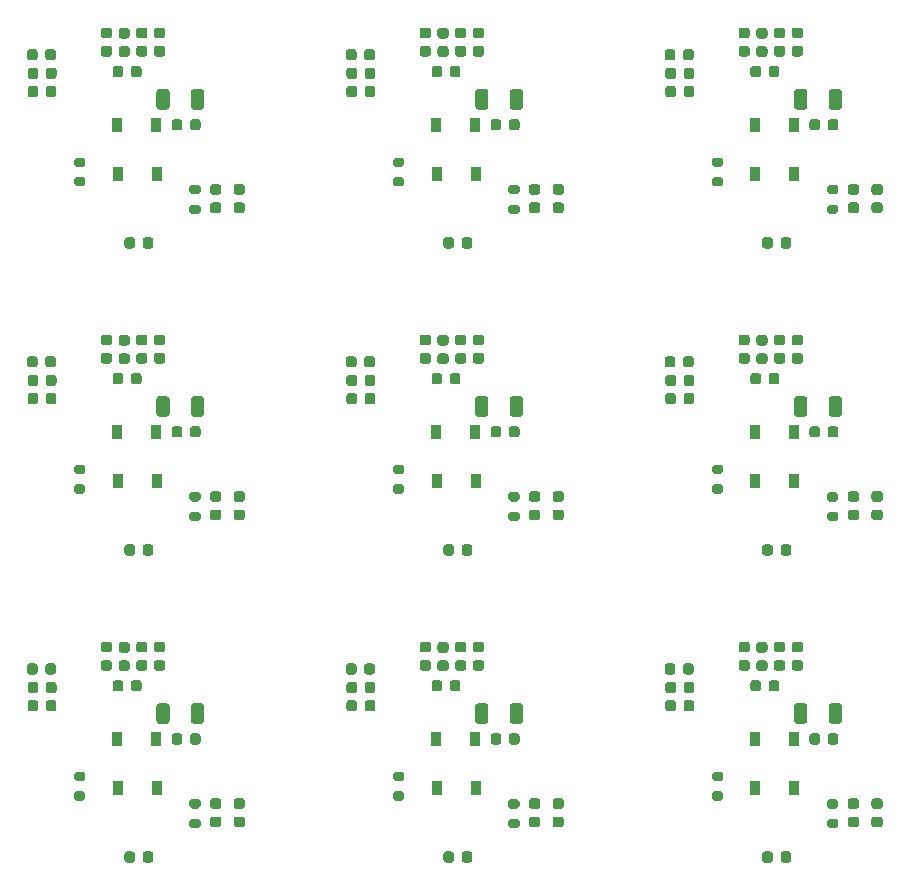
<source format=gbp>
%MOIN*%
%OFA0B0*%
%FSLAX46Y46*%
%IPPOS*%
%LPD*%
%ADD10R,0.035433070866141732X0.047244094488188976*%
%ADD21R,0.035433070866141732X0.047244094488188976*%
%ADD22R,0.035433070866141732X0.047244094488188976*%
%ADD23R,0.035433070866141732X0.047244094488188976*%
%ADD24R,0.035433070866141732X0.047244094488188976*%
%ADD25R,0.035433070866141732X0.047244094488188976*%
%ADD26R,0.035433070866141732X0.047244094488188976*%
%ADD27R,0.035433070866141732X0.047244094488188976*%
%ADD28R,0.035433070866141732X0.047244094488188976*%
G01*
G36*
G01*
X0001189960Y0001083661D02*
X0001189960Y0001034448D01*
G75*
G02*
X0001180118Y0001024606I-0000009842D01*
G01*
X0001155511Y0001024606D01*
G75*
G02*
X0001145669Y0001034448J0000009842D01*
G01*
X0001145669Y0001083661D01*
G75*
G02*
X0001155511Y0001093503I0000009842D01*
G01*
X0001180118Y0001093503D01*
G75*
G02*
X0001189960Y0001083661J-0000009842D01*
G01*
G37*
G36*
G01*
X0001074803Y0001083661D02*
X0001074803Y0001034448D01*
G75*
G02*
X0001064960Y0001024606I-0000009842D01*
G01*
X0001040354Y0001024606D01*
G75*
G02*
X0001030511Y0001034448J0000009842D01*
G01*
X0001030511Y0001083661D01*
G75*
G02*
X0001040354Y0001093503I0000009842D01*
G01*
X0001064960Y0001093503D01*
G75*
G02*
X0001074803Y0001083661J-0000009842D01*
G01*
G37*
G36*
G01*
X0001051181Y0001262795D02*
X0001031496Y0001262795D01*
G75*
G02*
X0001022637Y0001271653J0000008858D01*
G01*
X0001022637Y0001289370D01*
G75*
G02*
X0001031496Y0001298228I0000008858D01*
G01*
X0001051181Y0001298228D01*
G75*
G02*
X0001060039Y0001289370J-0000008858D01*
G01*
X0001060039Y0001271653D01*
G75*
G02*
X0001051181Y0001262795I-0000008858D01*
G01*
G37*
G36*
G01*
X0001051181Y0001201771D02*
X0001031496Y0001201771D01*
G75*
G02*
X0001022637Y0001210629J0000008858D01*
G01*
X0001022637Y0001228346D01*
G75*
G02*
X0001031496Y0001237204I0000008858D01*
G01*
X0001051181Y0001237204D01*
G75*
G02*
X0001060039Y0001228346J-0000008858D01*
G01*
X0001060039Y0001210629D01*
G75*
G02*
X0001051181Y0001201771I-0000008858D01*
G01*
G37*
G36*
G01*
X0000991732Y0001262795D02*
X0000972047Y0001262795D01*
G75*
G02*
X0000963188Y0001271653J0000008858D01*
G01*
X0000963188Y0001289370D01*
G75*
G02*
X0000972047Y0001298228I0000008858D01*
G01*
X0000991732Y0001298228D01*
G75*
G02*
X0001000590Y0001289370J-0000008858D01*
G01*
X0001000590Y0001271653D01*
G75*
G02*
X0000991732Y0001262795I-0000008858D01*
G01*
G37*
G36*
G01*
X0000991732Y0001201771D02*
X0000972047Y0001201771D01*
G75*
G02*
X0000963188Y0001210629J0000008858D01*
G01*
X0000963188Y0001228346D01*
G75*
G02*
X0000972047Y0001237204I0000008858D01*
G01*
X0000991732Y0001237204D01*
G75*
G02*
X0001000590Y0001228346J-0000008858D01*
G01*
X0001000590Y0001210629D01*
G75*
G02*
X0000991732Y0001201771I-0000008858D01*
G01*
G37*
G36*
G01*
X0000933070Y0001200787D02*
X0000913385Y0001200787D01*
G75*
G02*
X0000904527Y0001209645J0000008858D01*
G01*
X0000904527Y0001227362D01*
G75*
G02*
X0000913385Y0001236220I0000008858D01*
G01*
X0000933070Y0001236220D01*
G75*
G02*
X0000941929Y0001227362J-0000008858D01*
G01*
X0000941929Y0001209645D01*
G75*
G02*
X0000933070Y0001200787I-0000008858D01*
G01*
G37*
G36*
G01*
X0000933070Y0001261810D02*
X0000913385Y0001261810D01*
G75*
G02*
X0000904527Y0001270669J0000008858D01*
G01*
X0000904527Y0001288385D01*
G75*
G02*
X0000913385Y0001297244I0000008858D01*
G01*
X0000933070Y0001297244D01*
G75*
G02*
X0000941929Y0001288385J-0000008858D01*
G01*
X0000941929Y0001270669D01*
G75*
G02*
X0000933070Y0001261810I-0000008858D01*
G01*
G37*
G36*
G01*
X0000874015Y0001201771D02*
X0000854330Y0001201771D01*
G75*
G02*
X0000845472Y0001210629J0000008858D01*
G01*
X0000845472Y0001228346D01*
G75*
G02*
X0000854330Y0001237204I0000008858D01*
G01*
X0000874015Y0001237204D01*
G75*
G02*
X0000882874Y0001228346J-0000008858D01*
G01*
X0000882874Y0001210629D01*
G75*
G02*
X0000874015Y0001201771I-0000008858D01*
G01*
G37*
G36*
G01*
X0000874015Y0001262795D02*
X0000854330Y0001262795D01*
G75*
G02*
X0000845472Y0001271653J0000008858D01*
G01*
X0000845472Y0001289370D01*
G75*
G02*
X0000854330Y0001298228I0000008858D01*
G01*
X0000874015Y0001298228D01*
G75*
G02*
X0000882874Y0001289370J-0000008858D01*
G01*
X0000882874Y0001271653D01*
G75*
G02*
X0000874015Y0001262795I-0000008858D01*
G01*
G37*
G36*
G01*
X0001142716Y0000964566D02*
X0001142716Y0000984251D01*
G75*
G02*
X0001151574Y0000993110I0000008858D01*
G01*
X0001169291Y0000993110D01*
G75*
G02*
X0001178149Y0000984251J-0000008858D01*
G01*
X0001178149Y0000964566D01*
G75*
G02*
X0001169291Y0000955708I-0000008858D01*
G01*
X0001151574Y0000955708D01*
G75*
G02*
X0001142716Y0000964566J0000008858D01*
G01*
G37*
G36*
G01*
X0001081692Y0000964566D02*
X0001081692Y0000984251D01*
G75*
G02*
X0001090551Y0000993110I0000008858D01*
G01*
X0001108267Y0000993110D01*
G75*
G02*
X0001117125Y0000984251J-0000008858D01*
G01*
X0001117125Y0000964566D01*
G75*
G02*
X0001108267Y0000955708I-0000008858D01*
G01*
X0001090551Y0000955708D01*
G75*
G02*
X0001081692Y0000964566J0000008858D01*
G01*
G37*
G36*
G01*
X0000601181Y0001075196D02*
X0000601181Y0001094881D01*
G75*
G02*
X0000610039Y0001103740I0000008858D01*
G01*
X0000627755Y0001103740D01*
G75*
G02*
X0000636614Y0001094881J-0000008858D01*
G01*
X0000636614Y0001075196D01*
G75*
G02*
X0000627755Y0001066338I-0000008858D01*
G01*
X0000610039Y0001066338D01*
G75*
G02*
X0000601181Y0001075196J0000008858D01*
G01*
G37*
G36*
G01*
X0000662204Y0001075196D02*
X0000662204Y0001094881D01*
G75*
G02*
X0000671062Y0001103740I0000008858D01*
G01*
X0000688779Y0001103740D01*
G75*
G02*
X0000697637Y0001094881J-0000008858D01*
G01*
X0000697637Y0001075196D01*
G75*
G02*
X0000688779Y0001066338I-0000008858D01*
G01*
X0000671062Y0001066338D01*
G75*
G02*
X0000662204Y0001075196J0000008858D01*
G01*
G37*
G36*
G01*
X0000662401Y0001135826D02*
X0000662401Y0001155511D01*
G75*
G02*
X0000671259Y0001164370I0000008858D01*
G01*
X0000688976Y0001164370D01*
G75*
G02*
X0000697834Y0001155511J-0000008858D01*
G01*
X0000697834Y0001135826D01*
G75*
G02*
X0000688976Y0001126968I-0000008858D01*
G01*
X0000671259Y0001126968D01*
G75*
G02*
X0000662401Y0001135826J0000008858D01*
G01*
G37*
G36*
G01*
X0000601377Y0001135826D02*
X0000601377Y0001155511D01*
G75*
G02*
X0000610236Y0001164370I0000008858D01*
G01*
X0000627952Y0001164370D01*
G75*
G02*
X0000636811Y0001155511J-0000008858D01*
G01*
X0000636811Y0001135826D01*
G75*
G02*
X0000627952Y0001126968I-0000008858D01*
G01*
X0000610236Y0001126968D01*
G75*
G02*
X0000601377Y0001135826J0000008858D01*
G01*
G37*
G36*
G01*
X0000981299Y0001161417D02*
X0000981299Y0001141732D01*
G75*
G02*
X0000972440Y0001132874I-0000008858D01*
G01*
X0000954724Y0001132874D01*
G75*
G02*
X0000945866Y0001141732J0000008858D01*
G01*
X0000945866Y0001161417D01*
G75*
G02*
X0000954724Y0001170275I0000008858D01*
G01*
X0000972440Y0001170275D01*
G75*
G02*
X0000981299Y0001161417J-0000008858D01*
G01*
G37*
G36*
G01*
X0000920275Y0001161417D02*
X0000920275Y0001141732D01*
G75*
G02*
X0000911417Y0001132874I-0000008858D01*
G01*
X0000893700Y0001132874D01*
G75*
G02*
X0000884842Y0001141732J0000008858D01*
G01*
X0000884842Y0001161417D01*
G75*
G02*
X0000893700Y0001170275I0000008858D01*
G01*
X0000911417Y0001170275D01*
G75*
G02*
X0000920275Y0001161417J-0000008858D01*
G01*
G37*
G36*
G01*
X0000599409Y0001197834D02*
X0000599409Y0001217519D01*
G75*
G02*
X0000608267Y0001226377I0000008858D01*
G01*
X0000625984Y0001226377D01*
G75*
G02*
X0000634842Y0001217519J-0000008858D01*
G01*
X0000634842Y0001197834D01*
G75*
G02*
X0000625984Y0001188976I-0000008858D01*
G01*
X0000608267Y0001188976D01*
G75*
G02*
X0000599409Y0001197834J0000008858D01*
G01*
G37*
G36*
G01*
X0000660433Y0001197834D02*
X0000660433Y0001217519D01*
G75*
G02*
X0000669291Y0001226377I0000008858D01*
G01*
X0000687007Y0001226377D01*
G75*
G02*
X0000695866Y0001217519J-0000008858D01*
G01*
X0000695866Y0001197834D01*
G75*
G02*
X0000687007Y0001188976I-0000008858D01*
G01*
X0000669291Y0001188976D01*
G75*
G02*
X0000660433Y0001197834J0000008858D01*
G01*
G37*
G36*
G01*
X0001020669Y0000590551D02*
X0001020669Y0000570866D01*
G75*
G02*
X0001011811Y0000562007I-0000008858D01*
G01*
X0000994094Y0000562007D01*
G75*
G02*
X0000985236Y0000570866J0000008858D01*
G01*
X0000985236Y0000590551D01*
G75*
G02*
X0000994094Y0000599409I0000008858D01*
G01*
X0001011811Y0000599409D01*
G75*
G02*
X0001020669Y0000590551J-0000008858D01*
G01*
G37*
G36*
G01*
X0000959645Y0000590551D02*
X0000959645Y0000570866D01*
G75*
G02*
X0000950787Y0000562007I-0000008858D01*
G01*
X0000933070Y0000562007D01*
G75*
G02*
X0000924212Y0000570866J0000008858D01*
G01*
X0000924212Y0000590551D01*
G75*
G02*
X0000933070Y0000599409I0000008858D01*
G01*
X0000950787Y0000599409D01*
G75*
G02*
X0000959645Y0000590551J-0000008858D01*
G01*
G37*
G36*
G01*
X0001316929Y0000741141D02*
X0001297244Y0000741141D01*
G75*
G02*
X0001288385Y0000750000J0000008858D01*
G01*
X0001288385Y0000767716D01*
G75*
G02*
X0001297244Y0000776574I0000008858D01*
G01*
X0001316929Y0000776574D01*
G75*
G02*
X0001325787Y0000767716J-0000008858D01*
G01*
X0001325787Y0000750000D01*
G75*
G02*
X0001316929Y0000741141I-0000008858D01*
G01*
G37*
G36*
G01*
X0001316929Y0000680118D02*
X0001297244Y0000680118D01*
G75*
G02*
X0001288385Y0000688976J0000008858D01*
G01*
X0001288385Y0000706692D01*
G75*
G02*
X0001297244Y0000715551I0000008858D01*
G01*
X0001316929Y0000715551D01*
G75*
G02*
X0001325787Y0000706692J-0000008858D01*
G01*
X0001325787Y0000688976D01*
G75*
G02*
X0001316929Y0000680118I-0000008858D01*
G01*
G37*
G36*
G01*
X0001218503Y0000715551D02*
X0001238188Y0000715551D01*
G75*
G02*
X0001247047Y0000706692J-0000008858D01*
G01*
X0001247047Y0000688976D01*
G75*
G02*
X0001238188Y0000680118I-0000008858D01*
G01*
X0001218503Y0000680118D01*
G75*
G02*
X0001209645Y0000688976J0000008858D01*
G01*
X0001209645Y0000706692D01*
G75*
G02*
X0001218503Y0000715551I0000008858D01*
G01*
G37*
G36*
G01*
X0001218503Y0000776574D02*
X0001238188Y0000776574D01*
G75*
G02*
X0001247047Y0000767716J-0000008858D01*
G01*
X0001247047Y0000750000D01*
G75*
G02*
X0001238188Y0000741141I-0000008858D01*
G01*
X0001218503Y0000741141D01*
G75*
G02*
X0001209645Y0000750000J0000008858D01*
G01*
X0001209645Y0000767716D01*
G75*
G02*
X0001218503Y0000776574I0000008858D01*
G01*
G37*
G36*
G01*
X0001148622Y0000708661D02*
X0001170275Y0000708661D01*
G75*
G02*
X0001178149Y0000700787J-0000007874D01*
G01*
X0001178149Y0000685039D01*
G75*
G02*
X0001170275Y0000677165I-0000007874D01*
G01*
X0001148622Y0000677165D01*
G75*
G02*
X0001140748Y0000685039J0000007874D01*
G01*
X0001140748Y0000700787D01*
G75*
G02*
X0001148622Y0000708661I0000007874D01*
G01*
G37*
G36*
G01*
X0001148622Y0000773622D02*
X0001170275Y0000773622D01*
G75*
G02*
X0001178149Y0000765748J-0000007874D01*
G01*
X0001178149Y0000750000D01*
G75*
G02*
X0001170275Y0000742125I-0000007874D01*
G01*
X0001148622Y0000742125D01*
G75*
G02*
X0001140748Y0000750000J0000007874D01*
G01*
X0001140748Y0000765748D01*
G75*
G02*
X0001148622Y0000773622I0000007874D01*
G01*
G37*
D10*
X0001031496Y0000811023D03*
X0000901574Y0000811023D03*
X0001029527Y0000974409D03*
X0000899606Y0000974409D03*
G36*
G01*
X0000764763Y0000865157D02*
X0000786417Y0000865157D01*
G75*
G02*
X0000794291Y0000857283J-0000007874D01*
G01*
X0000794291Y0000841535D01*
G75*
G02*
X0000786417Y0000833661I-0000007874D01*
G01*
X0000764763Y0000833661D01*
G75*
G02*
X0000756889Y0000841535J0000007874D01*
G01*
X0000756889Y0000857283D01*
G75*
G02*
X0000764763Y0000865157I0000007874D01*
G01*
G37*
G36*
G01*
X0000764763Y0000800196D02*
X0000786417Y0000800196D01*
G75*
G02*
X0000794291Y0000792322J-0000007874D01*
G01*
X0000794291Y0000776574D01*
G75*
G02*
X0000786417Y0000768700I-0000007874D01*
G01*
X0000764763Y0000768700D01*
G75*
G02*
X0000756889Y0000776574J0000007874D01*
G01*
X0000756889Y0000792322D01*
G75*
G02*
X0000764763Y0000800196I0000007874D01*
G01*
G37*
G04 next file*
G04 Gerber Fmt 4.6, Leading zero omitted, Abs format (unit mm)*
G04 Created by KiCad (PCBNEW (5.1.8)-1) date 2020-11-23 23:28:54*
G01*
G04 APERTURE LIST*
G04 APERTURE END LIST*
G36*
G01*
X0002252952Y0001083661D02*
X0002252952Y0001034448D01*
G75*
G02*
X0002243110Y0001024606I-0000009842D01*
G01*
X0002218503Y0001024606D01*
G75*
G02*
X0002208661Y0001034448J0000009842D01*
G01*
X0002208661Y0001083661D01*
G75*
G02*
X0002218503Y0001093503I0000009842D01*
G01*
X0002243110Y0001093503D01*
G75*
G02*
X0002252952Y0001083661J-0000009842D01*
G01*
G37*
G36*
G01*
X0002137795Y0001083661D02*
X0002137795Y0001034448D01*
G75*
G02*
X0002127952Y0001024606I-0000009842D01*
G01*
X0002103346Y0001024606D01*
G75*
G02*
X0002093503Y0001034448J0000009842D01*
G01*
X0002093503Y0001083661D01*
G75*
G02*
X0002103346Y0001093503I0000009842D01*
G01*
X0002127952Y0001093503D01*
G75*
G02*
X0002137795Y0001083661J-0000009842D01*
G01*
G37*
G36*
G01*
X0002114173Y0001262795D02*
X0002094488Y0001262795D01*
G75*
G02*
X0002085629Y0001271653J0000008858D01*
G01*
X0002085629Y0001289370D01*
G75*
G02*
X0002094488Y0001298228I0000008858D01*
G01*
X0002114173Y0001298228D01*
G75*
G02*
X0002123031Y0001289370J-0000008858D01*
G01*
X0002123031Y0001271653D01*
G75*
G02*
X0002114173Y0001262795I-0000008858D01*
G01*
G37*
G36*
G01*
X0002114173Y0001201771D02*
X0002094488Y0001201771D01*
G75*
G02*
X0002085629Y0001210629J0000008858D01*
G01*
X0002085629Y0001228346D01*
G75*
G02*
X0002094488Y0001237204I0000008858D01*
G01*
X0002114173Y0001237204D01*
G75*
G02*
X0002123031Y0001228346J-0000008858D01*
G01*
X0002123031Y0001210629D01*
G75*
G02*
X0002114173Y0001201771I-0000008858D01*
G01*
G37*
G36*
G01*
X0002054724Y0001262795D02*
X0002035039Y0001262795D01*
G75*
G02*
X0002026181Y0001271653J0000008858D01*
G01*
X0002026181Y0001289370D01*
G75*
G02*
X0002035039Y0001298228I0000008858D01*
G01*
X0002054724Y0001298228D01*
G75*
G02*
X0002063582Y0001289370J-0000008858D01*
G01*
X0002063582Y0001271653D01*
G75*
G02*
X0002054724Y0001262795I-0000008858D01*
G01*
G37*
G36*
G01*
X0002054724Y0001201771D02*
X0002035039Y0001201771D01*
G75*
G02*
X0002026181Y0001210629J0000008858D01*
G01*
X0002026181Y0001228346D01*
G75*
G02*
X0002035039Y0001237204I0000008858D01*
G01*
X0002054724Y0001237204D01*
G75*
G02*
X0002063582Y0001228346J-0000008858D01*
G01*
X0002063582Y0001210629D01*
G75*
G02*
X0002054724Y0001201771I-0000008858D01*
G01*
G37*
G36*
G01*
X0001996062Y0001200787D02*
X0001976377Y0001200787D01*
G75*
G02*
X0001967519Y0001209645J0000008858D01*
G01*
X0001967519Y0001227362D01*
G75*
G02*
X0001976377Y0001236220I0000008858D01*
G01*
X0001996062Y0001236220D01*
G75*
G02*
X0002004921Y0001227362J-0000008858D01*
G01*
X0002004921Y0001209645D01*
G75*
G02*
X0001996062Y0001200787I-0000008858D01*
G01*
G37*
G36*
G01*
X0001996062Y0001261810D02*
X0001976377Y0001261810D01*
G75*
G02*
X0001967519Y0001270669J0000008858D01*
G01*
X0001967519Y0001288385D01*
G75*
G02*
X0001976377Y0001297244I0000008858D01*
G01*
X0001996062Y0001297244D01*
G75*
G02*
X0002004921Y0001288385J-0000008858D01*
G01*
X0002004921Y0001270669D01*
G75*
G02*
X0001996062Y0001261810I-0000008858D01*
G01*
G37*
G36*
G01*
X0001937007Y0001201771D02*
X0001917322Y0001201771D01*
G75*
G02*
X0001908464Y0001210629J0000008858D01*
G01*
X0001908464Y0001228346D01*
G75*
G02*
X0001917322Y0001237204I0000008858D01*
G01*
X0001937007Y0001237204D01*
G75*
G02*
X0001945866Y0001228346J-0000008858D01*
G01*
X0001945866Y0001210629D01*
G75*
G02*
X0001937007Y0001201771I-0000008858D01*
G01*
G37*
G36*
G01*
X0001937007Y0001262795D02*
X0001917322Y0001262795D01*
G75*
G02*
X0001908464Y0001271653J0000008858D01*
G01*
X0001908464Y0001289370D01*
G75*
G02*
X0001917322Y0001298228I0000008858D01*
G01*
X0001937007Y0001298228D01*
G75*
G02*
X0001945866Y0001289370J-0000008858D01*
G01*
X0001945866Y0001271653D01*
G75*
G02*
X0001937007Y0001262795I-0000008858D01*
G01*
G37*
G36*
G01*
X0002205708Y0000964566D02*
X0002205708Y0000984251D01*
G75*
G02*
X0002214566Y0000993110I0000008858D01*
G01*
X0002232283Y0000993110D01*
G75*
G02*
X0002241141Y0000984251J-0000008858D01*
G01*
X0002241141Y0000964566D01*
G75*
G02*
X0002232283Y0000955708I-0000008858D01*
G01*
X0002214566Y0000955708D01*
G75*
G02*
X0002205708Y0000964566J0000008858D01*
G01*
G37*
G36*
G01*
X0002144685Y0000964566D02*
X0002144685Y0000984251D01*
G75*
G02*
X0002153543Y0000993110I0000008858D01*
G01*
X0002171259Y0000993110D01*
G75*
G02*
X0002180118Y0000984251J-0000008858D01*
G01*
X0002180118Y0000964566D01*
G75*
G02*
X0002171259Y0000955708I-0000008858D01*
G01*
X0002153543Y0000955708D01*
G75*
G02*
X0002144685Y0000964566J0000008858D01*
G01*
G37*
G36*
G01*
X0001664173Y0001075196D02*
X0001664173Y0001094881D01*
G75*
G02*
X0001673031Y0001103740I0000008858D01*
G01*
X0001690748Y0001103740D01*
G75*
G02*
X0001699606Y0001094881J-0000008858D01*
G01*
X0001699606Y0001075196D01*
G75*
G02*
X0001690748Y0001066338I-0000008858D01*
G01*
X0001673031Y0001066338D01*
G75*
G02*
X0001664173Y0001075196J0000008858D01*
G01*
G37*
G36*
G01*
X0001725196Y0001075196D02*
X0001725196Y0001094881D01*
G75*
G02*
X0001734055Y0001103740I0000008858D01*
G01*
X0001751771Y0001103740D01*
G75*
G02*
X0001760629Y0001094881J-0000008858D01*
G01*
X0001760629Y0001075196D01*
G75*
G02*
X0001751771Y0001066338I-0000008858D01*
G01*
X0001734055Y0001066338D01*
G75*
G02*
X0001725196Y0001075196J0000008858D01*
G01*
G37*
G36*
G01*
X0001725393Y0001135826D02*
X0001725393Y0001155511D01*
G75*
G02*
X0001734251Y0001164370I0000008858D01*
G01*
X0001751968Y0001164370D01*
G75*
G02*
X0001760826Y0001155511J-0000008858D01*
G01*
X0001760826Y0001135826D01*
G75*
G02*
X0001751968Y0001126968I-0000008858D01*
G01*
X0001734251Y0001126968D01*
G75*
G02*
X0001725393Y0001135826J0000008858D01*
G01*
G37*
G36*
G01*
X0001664370Y0001135826D02*
X0001664370Y0001155511D01*
G75*
G02*
X0001673228Y0001164370I0000008858D01*
G01*
X0001690944Y0001164370D01*
G75*
G02*
X0001699803Y0001155511J-0000008858D01*
G01*
X0001699803Y0001135826D01*
G75*
G02*
X0001690944Y0001126968I-0000008858D01*
G01*
X0001673228Y0001126968D01*
G75*
G02*
X0001664370Y0001135826J0000008858D01*
G01*
G37*
G36*
G01*
X0002044291Y0001161417D02*
X0002044291Y0001141732D01*
G75*
G02*
X0002035433Y0001132874I-0000008858D01*
G01*
X0002017716Y0001132874D01*
G75*
G02*
X0002008858Y0001141732J0000008858D01*
G01*
X0002008858Y0001161417D01*
G75*
G02*
X0002017716Y0001170275I0000008858D01*
G01*
X0002035433Y0001170275D01*
G75*
G02*
X0002044291Y0001161417J-0000008858D01*
G01*
G37*
G36*
G01*
X0001983267Y0001161417D02*
X0001983267Y0001141732D01*
G75*
G02*
X0001974409Y0001132874I-0000008858D01*
G01*
X0001956692Y0001132874D01*
G75*
G02*
X0001947834Y0001141732J0000008858D01*
G01*
X0001947834Y0001161417D01*
G75*
G02*
X0001956692Y0001170275I0000008858D01*
G01*
X0001974409Y0001170275D01*
G75*
G02*
X0001983267Y0001161417J-0000008858D01*
G01*
G37*
G36*
G01*
X0001662401Y0001197834D02*
X0001662401Y0001217519D01*
G75*
G02*
X0001671259Y0001226377I0000008858D01*
G01*
X0001688976Y0001226377D01*
G75*
G02*
X0001697834Y0001217519J-0000008858D01*
G01*
X0001697834Y0001197834D01*
G75*
G02*
X0001688976Y0001188976I-0000008858D01*
G01*
X0001671259Y0001188976D01*
G75*
G02*
X0001662401Y0001197834J0000008858D01*
G01*
G37*
G36*
G01*
X0001723425Y0001197834D02*
X0001723425Y0001217519D01*
G75*
G02*
X0001732283Y0001226377I0000008858D01*
G01*
X0001750000Y0001226377D01*
G75*
G02*
X0001758858Y0001217519J-0000008858D01*
G01*
X0001758858Y0001197834D01*
G75*
G02*
X0001750000Y0001188976I-0000008858D01*
G01*
X0001732283Y0001188976D01*
G75*
G02*
X0001723425Y0001197834J0000008858D01*
G01*
G37*
G36*
G01*
X0002083661Y0000590551D02*
X0002083661Y0000570866D01*
G75*
G02*
X0002074803Y0000562007I-0000008858D01*
G01*
X0002057086Y0000562007D01*
G75*
G02*
X0002048228Y0000570866J0000008858D01*
G01*
X0002048228Y0000590551D01*
G75*
G02*
X0002057086Y0000599409I0000008858D01*
G01*
X0002074803Y0000599409D01*
G75*
G02*
X0002083661Y0000590551J-0000008858D01*
G01*
G37*
G36*
G01*
X0002022637Y0000590551D02*
X0002022637Y0000570866D01*
G75*
G02*
X0002013779Y0000562007I-0000008858D01*
G01*
X0001996062Y0000562007D01*
G75*
G02*
X0001987204Y0000570866J0000008858D01*
G01*
X0001987204Y0000590551D01*
G75*
G02*
X0001996062Y0000599409I0000008858D01*
G01*
X0002013779Y0000599409D01*
G75*
G02*
X0002022637Y0000590551J-0000008858D01*
G01*
G37*
G36*
G01*
X0002379921Y0000741141D02*
X0002360236Y0000741141D01*
G75*
G02*
X0002351377Y0000750000J0000008858D01*
G01*
X0002351377Y0000767716D01*
G75*
G02*
X0002360236Y0000776574I0000008858D01*
G01*
X0002379921Y0000776574D01*
G75*
G02*
X0002388779Y0000767716J-0000008858D01*
G01*
X0002388779Y0000750000D01*
G75*
G02*
X0002379921Y0000741141I-0000008858D01*
G01*
G37*
G36*
G01*
X0002379921Y0000680118D02*
X0002360236Y0000680118D01*
G75*
G02*
X0002351377Y0000688976J0000008858D01*
G01*
X0002351377Y0000706692D01*
G75*
G02*
X0002360236Y0000715551I0000008858D01*
G01*
X0002379921Y0000715551D01*
G75*
G02*
X0002388779Y0000706692J-0000008858D01*
G01*
X0002388779Y0000688976D01*
G75*
G02*
X0002379921Y0000680118I-0000008858D01*
G01*
G37*
G36*
G01*
X0002281496Y0000715551D02*
X0002301181Y0000715551D01*
G75*
G02*
X0002310039Y0000706692J-0000008858D01*
G01*
X0002310039Y0000688976D01*
G75*
G02*
X0002301181Y0000680118I-0000008858D01*
G01*
X0002281496Y0000680118D01*
G75*
G02*
X0002272637Y0000688976J0000008858D01*
G01*
X0002272637Y0000706692D01*
G75*
G02*
X0002281496Y0000715551I0000008858D01*
G01*
G37*
G36*
G01*
X0002281496Y0000776574D02*
X0002301181Y0000776574D01*
G75*
G02*
X0002310039Y0000767716J-0000008858D01*
G01*
X0002310039Y0000750000D01*
G75*
G02*
X0002301181Y0000741141I-0000008858D01*
G01*
X0002281496Y0000741141D01*
G75*
G02*
X0002272637Y0000750000J0000008858D01*
G01*
X0002272637Y0000767716D01*
G75*
G02*
X0002281496Y0000776574I0000008858D01*
G01*
G37*
G36*
G01*
X0002211614Y0000708661D02*
X0002233267Y0000708661D01*
G75*
G02*
X0002241141Y0000700787J-0000007874D01*
G01*
X0002241141Y0000685039D01*
G75*
G02*
X0002233267Y0000677165I-0000007874D01*
G01*
X0002211614Y0000677165D01*
G75*
G02*
X0002203740Y0000685039J0000007874D01*
G01*
X0002203740Y0000700787D01*
G75*
G02*
X0002211614Y0000708661I0000007874D01*
G01*
G37*
G36*
G01*
X0002211614Y0000773622D02*
X0002233267Y0000773622D01*
G75*
G02*
X0002241141Y0000765748J-0000007874D01*
G01*
X0002241141Y0000750000D01*
G75*
G02*
X0002233267Y0000742125I-0000007874D01*
G01*
X0002211614Y0000742125D01*
G75*
G02*
X0002203740Y0000750000J0000007874D01*
G01*
X0002203740Y0000765748D01*
G75*
G02*
X0002211614Y0000773622I0000007874D01*
G01*
G37*
D21*
X0002094488Y0000811023D03*
X0001964566Y0000811023D03*
X0002092519Y0000974409D03*
X0001962598Y0000974409D03*
G36*
G01*
X0001827755Y0000865157D02*
X0001849409Y0000865157D01*
G75*
G02*
X0001857283Y0000857283J-0000007874D01*
G01*
X0001857283Y0000841535D01*
G75*
G02*
X0001849409Y0000833661I-0000007874D01*
G01*
X0001827755Y0000833661D01*
G75*
G02*
X0001819881Y0000841535J0000007874D01*
G01*
X0001819881Y0000857283D01*
G75*
G02*
X0001827755Y0000865157I0000007874D01*
G01*
G37*
G36*
G01*
X0001827755Y0000800196D02*
X0001849409Y0000800196D01*
G75*
G02*
X0001857283Y0000792322J-0000007874D01*
G01*
X0001857283Y0000776574D01*
G75*
G02*
X0001849409Y0000768700I-0000007874D01*
G01*
X0001827755Y0000768700D01*
G75*
G02*
X0001819881Y0000776574J0000007874D01*
G01*
X0001819881Y0000792322D01*
G75*
G02*
X0001827755Y0000800196I0000007874D01*
G01*
G37*
G04 next file*
G04 Gerber Fmt 4.6, Leading zero omitted, Abs format (unit mm)*
G04 Created by KiCad (PCBNEW (5.1.8)-1) date 2020-11-23 23:28:54*
G01*
G04 APERTURE LIST*
G04 APERTURE END LIST*
G36*
G01*
X0003315944Y0001083661D02*
X0003315944Y0001034448D01*
G75*
G02*
X0003306102Y0001024606I-0000009842D01*
G01*
X0003281496Y0001024606D01*
G75*
G02*
X0003271653Y0001034448J0000009842D01*
G01*
X0003271653Y0001083661D01*
G75*
G02*
X0003281496Y0001093503I0000009842D01*
G01*
X0003306102Y0001093503D01*
G75*
G02*
X0003315944Y0001083661J-0000009842D01*
G01*
G37*
G36*
G01*
X0003200787Y0001083661D02*
X0003200787Y0001034448D01*
G75*
G02*
X0003190944Y0001024606I-0000009842D01*
G01*
X0003166338Y0001024606D01*
G75*
G02*
X0003156496Y0001034448J0000009842D01*
G01*
X0003156496Y0001083661D01*
G75*
G02*
X0003166338Y0001093503I0000009842D01*
G01*
X0003190944Y0001093503D01*
G75*
G02*
X0003200787Y0001083661J-0000009842D01*
G01*
G37*
G36*
G01*
X0003177165Y0001262795D02*
X0003157480Y0001262795D01*
G75*
G02*
X0003148622Y0001271653J0000008858D01*
G01*
X0003148622Y0001289370D01*
G75*
G02*
X0003157480Y0001298228I0000008858D01*
G01*
X0003177165Y0001298228D01*
G75*
G02*
X0003186023Y0001289370J-0000008858D01*
G01*
X0003186023Y0001271653D01*
G75*
G02*
X0003177165Y0001262795I-0000008858D01*
G01*
G37*
G36*
G01*
X0003177165Y0001201771D02*
X0003157480Y0001201771D01*
G75*
G02*
X0003148622Y0001210629J0000008858D01*
G01*
X0003148622Y0001228346D01*
G75*
G02*
X0003157480Y0001237204I0000008858D01*
G01*
X0003177165Y0001237204D01*
G75*
G02*
X0003186023Y0001228346J-0000008858D01*
G01*
X0003186023Y0001210629D01*
G75*
G02*
X0003177165Y0001201771I-0000008858D01*
G01*
G37*
G36*
G01*
X0003117716Y0001262795D02*
X0003098031Y0001262795D01*
G75*
G02*
X0003089173Y0001271653J0000008858D01*
G01*
X0003089173Y0001289370D01*
G75*
G02*
X0003098031Y0001298228I0000008858D01*
G01*
X0003117716Y0001298228D01*
G75*
G02*
X0003126574Y0001289370J-0000008858D01*
G01*
X0003126574Y0001271653D01*
G75*
G02*
X0003117716Y0001262795I-0000008858D01*
G01*
G37*
G36*
G01*
X0003117716Y0001201771D02*
X0003098031Y0001201771D01*
G75*
G02*
X0003089173Y0001210629J0000008858D01*
G01*
X0003089173Y0001228346D01*
G75*
G02*
X0003098031Y0001237204I0000008858D01*
G01*
X0003117716Y0001237204D01*
G75*
G02*
X0003126574Y0001228346J-0000008858D01*
G01*
X0003126574Y0001210629D01*
G75*
G02*
X0003117716Y0001201771I-0000008858D01*
G01*
G37*
G36*
G01*
X0003059055Y0001200787D02*
X0003039370Y0001200787D01*
G75*
G02*
X0003030511Y0001209645J0000008858D01*
G01*
X0003030511Y0001227362D01*
G75*
G02*
X0003039370Y0001236220I0000008858D01*
G01*
X0003059055Y0001236220D01*
G75*
G02*
X0003067913Y0001227362J-0000008858D01*
G01*
X0003067913Y0001209645D01*
G75*
G02*
X0003059055Y0001200787I-0000008858D01*
G01*
G37*
G36*
G01*
X0003059055Y0001261810D02*
X0003039370Y0001261810D01*
G75*
G02*
X0003030511Y0001270669J0000008858D01*
G01*
X0003030511Y0001288385D01*
G75*
G02*
X0003039370Y0001297244I0000008858D01*
G01*
X0003059055Y0001297244D01*
G75*
G02*
X0003067913Y0001288385J-0000008858D01*
G01*
X0003067913Y0001270669D01*
G75*
G02*
X0003059055Y0001261810I-0000008858D01*
G01*
G37*
G36*
G01*
X0003000000Y0001201771D02*
X0002980314Y0001201771D01*
G75*
G02*
X0002971456Y0001210629J0000008858D01*
G01*
X0002971456Y0001228346D01*
G75*
G02*
X0002980314Y0001237204I0000008858D01*
G01*
X0003000000Y0001237204D01*
G75*
G02*
X0003008858Y0001228346J-0000008858D01*
G01*
X0003008858Y0001210629D01*
G75*
G02*
X0003000000Y0001201771I-0000008858D01*
G01*
G37*
G36*
G01*
X0003000000Y0001262795D02*
X0002980314Y0001262795D01*
G75*
G02*
X0002971456Y0001271653J0000008858D01*
G01*
X0002971456Y0001289370D01*
G75*
G02*
X0002980314Y0001298228I0000008858D01*
G01*
X0003000000Y0001298228D01*
G75*
G02*
X0003008858Y0001289370J-0000008858D01*
G01*
X0003008858Y0001271653D01*
G75*
G02*
X0003000000Y0001262795I-0000008858D01*
G01*
G37*
G36*
G01*
X0003268700Y0000964566D02*
X0003268700Y0000984251D01*
G75*
G02*
X0003277559Y0000993110I0000008858D01*
G01*
X0003295275Y0000993110D01*
G75*
G02*
X0003304133Y0000984251J-0000008858D01*
G01*
X0003304133Y0000964566D01*
G75*
G02*
X0003295275Y0000955708I-0000008858D01*
G01*
X0003277559Y0000955708D01*
G75*
G02*
X0003268700Y0000964566J0000008858D01*
G01*
G37*
G36*
G01*
X0003207677Y0000964566D02*
X0003207677Y0000984251D01*
G75*
G02*
X0003216535Y0000993110I0000008858D01*
G01*
X0003234251Y0000993110D01*
G75*
G02*
X0003243110Y0000984251J-0000008858D01*
G01*
X0003243110Y0000964566D01*
G75*
G02*
X0003234251Y0000955708I-0000008858D01*
G01*
X0003216535Y0000955708D01*
G75*
G02*
X0003207677Y0000964566J0000008858D01*
G01*
G37*
G36*
G01*
X0002727165Y0001075196D02*
X0002727165Y0001094881D01*
G75*
G02*
X0002736023Y0001103740I0000008858D01*
G01*
X0002753740Y0001103740D01*
G75*
G02*
X0002762598Y0001094881J-0000008858D01*
G01*
X0002762598Y0001075196D01*
G75*
G02*
X0002753740Y0001066338I-0000008858D01*
G01*
X0002736023Y0001066338D01*
G75*
G02*
X0002727165Y0001075196J0000008858D01*
G01*
G37*
G36*
G01*
X0002788188Y0001075196D02*
X0002788188Y0001094881D01*
G75*
G02*
X0002797047Y0001103740I0000008858D01*
G01*
X0002814763Y0001103740D01*
G75*
G02*
X0002823622Y0001094881J-0000008858D01*
G01*
X0002823622Y0001075196D01*
G75*
G02*
X0002814763Y0001066338I-0000008858D01*
G01*
X0002797047Y0001066338D01*
G75*
G02*
X0002788188Y0001075196J0000008858D01*
G01*
G37*
G36*
G01*
X0002788385Y0001135826D02*
X0002788385Y0001155511D01*
G75*
G02*
X0002797244Y0001164370I0000008858D01*
G01*
X0002814960Y0001164370D01*
G75*
G02*
X0002823818Y0001155511J-0000008858D01*
G01*
X0002823818Y0001135826D01*
G75*
G02*
X0002814960Y0001126968I-0000008858D01*
G01*
X0002797244Y0001126968D01*
G75*
G02*
X0002788385Y0001135826J0000008858D01*
G01*
G37*
G36*
G01*
X0002727362Y0001135826D02*
X0002727362Y0001155511D01*
G75*
G02*
X0002736220Y0001164370I0000008858D01*
G01*
X0002753937Y0001164370D01*
G75*
G02*
X0002762795Y0001155511J-0000008858D01*
G01*
X0002762795Y0001135826D01*
G75*
G02*
X0002753937Y0001126968I-0000008858D01*
G01*
X0002736220Y0001126968D01*
G75*
G02*
X0002727362Y0001135826J0000008858D01*
G01*
G37*
G36*
G01*
X0003107283Y0001161417D02*
X0003107283Y0001141732D01*
G75*
G02*
X0003098425Y0001132874I-0000008858D01*
G01*
X0003080708Y0001132874D01*
G75*
G02*
X0003071850Y0001141732J0000008858D01*
G01*
X0003071850Y0001161417D01*
G75*
G02*
X0003080708Y0001170275I0000008858D01*
G01*
X0003098425Y0001170275D01*
G75*
G02*
X0003107283Y0001161417J-0000008858D01*
G01*
G37*
G36*
G01*
X0003046259Y0001161417D02*
X0003046259Y0001141732D01*
G75*
G02*
X0003037401Y0001132874I-0000008858D01*
G01*
X0003019685Y0001132874D01*
G75*
G02*
X0003010826Y0001141732J0000008858D01*
G01*
X0003010826Y0001161417D01*
G75*
G02*
X0003019685Y0001170275I0000008858D01*
G01*
X0003037401Y0001170275D01*
G75*
G02*
X0003046259Y0001161417J-0000008858D01*
G01*
G37*
G36*
G01*
X0002725393Y0001197834D02*
X0002725393Y0001217519D01*
G75*
G02*
X0002734251Y0001226377I0000008858D01*
G01*
X0002751968Y0001226377D01*
G75*
G02*
X0002760826Y0001217519J-0000008858D01*
G01*
X0002760826Y0001197834D01*
G75*
G02*
X0002751968Y0001188976I-0000008858D01*
G01*
X0002734251Y0001188976D01*
G75*
G02*
X0002725393Y0001197834J0000008858D01*
G01*
G37*
G36*
G01*
X0002786417Y0001197834D02*
X0002786417Y0001217519D01*
G75*
G02*
X0002795275Y0001226377I0000008858D01*
G01*
X0002812992Y0001226377D01*
G75*
G02*
X0002821850Y0001217519J-0000008858D01*
G01*
X0002821850Y0001197834D01*
G75*
G02*
X0002812992Y0001188976I-0000008858D01*
G01*
X0002795275Y0001188976D01*
G75*
G02*
X0002786417Y0001197834J0000008858D01*
G01*
G37*
G36*
G01*
X0003146653Y0000590551D02*
X0003146653Y0000570866D01*
G75*
G02*
X0003137795Y0000562007I-0000008858D01*
G01*
X0003120078Y0000562007D01*
G75*
G02*
X0003111220Y0000570866J0000008858D01*
G01*
X0003111220Y0000590551D01*
G75*
G02*
X0003120078Y0000599409I0000008858D01*
G01*
X0003137795Y0000599409D01*
G75*
G02*
X0003146653Y0000590551J-0000008858D01*
G01*
G37*
G36*
G01*
X0003085629Y0000590551D02*
X0003085629Y0000570866D01*
G75*
G02*
X0003076771Y0000562007I-0000008858D01*
G01*
X0003059055Y0000562007D01*
G75*
G02*
X0003050196Y0000570866J0000008858D01*
G01*
X0003050196Y0000590551D01*
G75*
G02*
X0003059055Y0000599409I0000008858D01*
G01*
X0003076771Y0000599409D01*
G75*
G02*
X0003085629Y0000590551J-0000008858D01*
G01*
G37*
G36*
G01*
X0003442913Y0000741141D02*
X0003423228Y0000741141D01*
G75*
G02*
X0003414370Y0000750000J0000008858D01*
G01*
X0003414370Y0000767716D01*
G75*
G02*
X0003423228Y0000776574I0000008858D01*
G01*
X0003442913Y0000776574D01*
G75*
G02*
X0003451771Y0000767716J-0000008858D01*
G01*
X0003451771Y0000750000D01*
G75*
G02*
X0003442913Y0000741141I-0000008858D01*
G01*
G37*
G36*
G01*
X0003442913Y0000680118D02*
X0003423228Y0000680118D01*
G75*
G02*
X0003414370Y0000688976J0000008858D01*
G01*
X0003414370Y0000706692D01*
G75*
G02*
X0003423228Y0000715551I0000008858D01*
G01*
X0003442913Y0000715551D01*
G75*
G02*
X0003451771Y0000706692J-0000008858D01*
G01*
X0003451771Y0000688976D01*
G75*
G02*
X0003442913Y0000680118I-0000008858D01*
G01*
G37*
G36*
G01*
X0003344488Y0000715551D02*
X0003364173Y0000715551D01*
G75*
G02*
X0003373031Y0000706692J-0000008858D01*
G01*
X0003373031Y0000688976D01*
G75*
G02*
X0003364173Y0000680118I-0000008858D01*
G01*
X0003344488Y0000680118D01*
G75*
G02*
X0003335629Y0000688976J0000008858D01*
G01*
X0003335629Y0000706692D01*
G75*
G02*
X0003344488Y0000715551I0000008858D01*
G01*
G37*
G36*
G01*
X0003344488Y0000776574D02*
X0003364173Y0000776574D01*
G75*
G02*
X0003373031Y0000767716J-0000008858D01*
G01*
X0003373031Y0000750000D01*
G75*
G02*
X0003364173Y0000741141I-0000008858D01*
G01*
X0003344488Y0000741141D01*
G75*
G02*
X0003335629Y0000750000J0000008858D01*
G01*
X0003335629Y0000767716D01*
G75*
G02*
X0003344488Y0000776574I0000008858D01*
G01*
G37*
G36*
G01*
X0003274606Y0000708661D02*
X0003296259Y0000708661D01*
G75*
G02*
X0003304133Y0000700787J-0000007874D01*
G01*
X0003304133Y0000685039D01*
G75*
G02*
X0003296259Y0000677165I-0000007874D01*
G01*
X0003274606Y0000677165D01*
G75*
G02*
X0003266732Y0000685039J0000007874D01*
G01*
X0003266732Y0000700787D01*
G75*
G02*
X0003274606Y0000708661I0000007874D01*
G01*
G37*
G36*
G01*
X0003274606Y0000773622D02*
X0003296259Y0000773622D01*
G75*
G02*
X0003304133Y0000765748J-0000007874D01*
G01*
X0003304133Y0000750000D01*
G75*
G02*
X0003296259Y0000742125I-0000007874D01*
G01*
X0003274606Y0000742125D01*
G75*
G02*
X0003266732Y0000750000J0000007874D01*
G01*
X0003266732Y0000765748D01*
G75*
G02*
X0003274606Y0000773622I0000007874D01*
G01*
G37*
D22*
X0003157480Y0000811023D03*
X0003027559Y0000811023D03*
X0003155511Y0000974409D03*
X0003025590Y0000974409D03*
G36*
G01*
X0002890748Y0000865157D02*
X0002912401Y0000865157D01*
G75*
G02*
X0002920275Y0000857283J-0000007874D01*
G01*
X0002920275Y0000841535D01*
G75*
G02*
X0002912401Y0000833661I-0000007874D01*
G01*
X0002890748Y0000833661D01*
G75*
G02*
X0002882874Y0000841535J0000007874D01*
G01*
X0002882874Y0000857283D01*
G75*
G02*
X0002890748Y0000865157I0000007874D01*
G01*
G37*
G36*
G01*
X0002890748Y0000800196D02*
X0002912401Y0000800196D01*
G75*
G02*
X0002920275Y0000792322J-0000007874D01*
G01*
X0002920275Y0000776574D01*
G75*
G02*
X0002912401Y0000768700I-0000007874D01*
G01*
X0002890748Y0000768700D01*
G75*
G02*
X0002882874Y0000776574J0000007874D01*
G01*
X0002882874Y0000792322D01*
G75*
G02*
X0002890748Y0000800196I0000007874D01*
G01*
G37*
G04 next file*
G04 Gerber Fmt 4.6, Leading zero omitted, Abs format (unit mm)*
G04 Created by KiCad (PCBNEW (5.1.8)-1) date 2020-11-23 23:28:54*
G01*
G04 APERTURE LIST*
G04 APERTURE END LIST*
G36*
G01*
X0001189960Y0002107283D02*
X0001189960Y0002058070D01*
G75*
G02*
X0001180118Y0002048228I-0000009842D01*
G01*
X0001155511Y0002048228D01*
G75*
G02*
X0001145669Y0002058070J0000009842D01*
G01*
X0001145669Y0002107283D01*
G75*
G02*
X0001155511Y0002117125I0000009842D01*
G01*
X0001180118Y0002117125D01*
G75*
G02*
X0001189960Y0002107283J-0000009842D01*
G01*
G37*
G36*
G01*
X0001074803Y0002107283D02*
X0001074803Y0002058070D01*
G75*
G02*
X0001064960Y0002048228I-0000009842D01*
G01*
X0001040354Y0002048228D01*
G75*
G02*
X0001030511Y0002058070J0000009842D01*
G01*
X0001030511Y0002107283D01*
G75*
G02*
X0001040354Y0002117125I0000009842D01*
G01*
X0001064960Y0002117125D01*
G75*
G02*
X0001074803Y0002107283J-0000009842D01*
G01*
G37*
G36*
G01*
X0001051181Y0002286417D02*
X0001031496Y0002286417D01*
G75*
G02*
X0001022637Y0002295275J0000008858D01*
G01*
X0001022637Y0002312992D01*
G75*
G02*
X0001031496Y0002321850I0000008858D01*
G01*
X0001051181Y0002321850D01*
G75*
G02*
X0001060039Y0002312992J-0000008858D01*
G01*
X0001060039Y0002295275D01*
G75*
G02*
X0001051181Y0002286417I-0000008858D01*
G01*
G37*
G36*
G01*
X0001051181Y0002225393D02*
X0001031496Y0002225393D01*
G75*
G02*
X0001022637Y0002234251J0000008858D01*
G01*
X0001022637Y0002251968D01*
G75*
G02*
X0001031496Y0002260826I0000008858D01*
G01*
X0001051181Y0002260826D01*
G75*
G02*
X0001060039Y0002251968J-0000008858D01*
G01*
X0001060039Y0002234251D01*
G75*
G02*
X0001051181Y0002225393I-0000008858D01*
G01*
G37*
G36*
G01*
X0000991732Y0002286417D02*
X0000972047Y0002286417D01*
G75*
G02*
X0000963188Y0002295275J0000008858D01*
G01*
X0000963188Y0002312992D01*
G75*
G02*
X0000972047Y0002321850I0000008858D01*
G01*
X0000991732Y0002321850D01*
G75*
G02*
X0001000590Y0002312992J-0000008858D01*
G01*
X0001000590Y0002295275D01*
G75*
G02*
X0000991732Y0002286417I-0000008858D01*
G01*
G37*
G36*
G01*
X0000991732Y0002225393D02*
X0000972047Y0002225393D01*
G75*
G02*
X0000963188Y0002234251J0000008858D01*
G01*
X0000963188Y0002251968D01*
G75*
G02*
X0000972047Y0002260826I0000008858D01*
G01*
X0000991732Y0002260826D01*
G75*
G02*
X0001000590Y0002251968J-0000008858D01*
G01*
X0001000590Y0002234251D01*
G75*
G02*
X0000991732Y0002225393I-0000008858D01*
G01*
G37*
G36*
G01*
X0000933070Y0002224409D02*
X0000913385Y0002224409D01*
G75*
G02*
X0000904527Y0002233267J0000008858D01*
G01*
X0000904527Y0002250984D01*
G75*
G02*
X0000913385Y0002259842I0000008858D01*
G01*
X0000933070Y0002259842D01*
G75*
G02*
X0000941929Y0002250984J-0000008858D01*
G01*
X0000941929Y0002233267D01*
G75*
G02*
X0000933070Y0002224409I-0000008858D01*
G01*
G37*
G36*
G01*
X0000933070Y0002285433D02*
X0000913385Y0002285433D01*
G75*
G02*
X0000904527Y0002294291J0000008858D01*
G01*
X0000904527Y0002312007D01*
G75*
G02*
X0000913385Y0002320866I0000008858D01*
G01*
X0000933070Y0002320866D01*
G75*
G02*
X0000941929Y0002312007J-0000008858D01*
G01*
X0000941929Y0002294291D01*
G75*
G02*
X0000933070Y0002285433I-0000008858D01*
G01*
G37*
G36*
G01*
X0000874015Y0002225393D02*
X0000854330Y0002225393D01*
G75*
G02*
X0000845472Y0002234251J0000008858D01*
G01*
X0000845472Y0002251968D01*
G75*
G02*
X0000854330Y0002260826I0000008858D01*
G01*
X0000874015Y0002260826D01*
G75*
G02*
X0000882874Y0002251968J-0000008858D01*
G01*
X0000882874Y0002234251D01*
G75*
G02*
X0000874015Y0002225393I-0000008858D01*
G01*
G37*
G36*
G01*
X0000874015Y0002286417D02*
X0000854330Y0002286417D01*
G75*
G02*
X0000845472Y0002295275J0000008858D01*
G01*
X0000845472Y0002312992D01*
G75*
G02*
X0000854330Y0002321850I0000008858D01*
G01*
X0000874015Y0002321850D01*
G75*
G02*
X0000882874Y0002312992J-0000008858D01*
G01*
X0000882874Y0002295275D01*
G75*
G02*
X0000874015Y0002286417I-0000008858D01*
G01*
G37*
G36*
G01*
X0001142716Y0001988188D02*
X0001142716Y0002007874D01*
G75*
G02*
X0001151574Y0002016732I0000008858D01*
G01*
X0001169291Y0002016732D01*
G75*
G02*
X0001178149Y0002007874J-0000008858D01*
G01*
X0001178149Y0001988188D01*
G75*
G02*
X0001169291Y0001979330I-0000008858D01*
G01*
X0001151574Y0001979330D01*
G75*
G02*
X0001142716Y0001988188J0000008858D01*
G01*
G37*
G36*
G01*
X0001081692Y0001988188D02*
X0001081692Y0002007874D01*
G75*
G02*
X0001090551Y0002016732I0000008858D01*
G01*
X0001108267Y0002016732D01*
G75*
G02*
X0001117125Y0002007874J-0000008858D01*
G01*
X0001117125Y0001988188D01*
G75*
G02*
X0001108267Y0001979330I-0000008858D01*
G01*
X0001090551Y0001979330D01*
G75*
G02*
X0001081692Y0001988188J0000008858D01*
G01*
G37*
G36*
G01*
X0000601181Y0002098818D02*
X0000601181Y0002118503D01*
G75*
G02*
X0000610039Y0002127362I0000008858D01*
G01*
X0000627755Y0002127362D01*
G75*
G02*
X0000636614Y0002118503J-0000008858D01*
G01*
X0000636614Y0002098818D01*
G75*
G02*
X0000627755Y0002089960I-0000008858D01*
G01*
X0000610039Y0002089960D01*
G75*
G02*
X0000601181Y0002098818J0000008858D01*
G01*
G37*
G36*
G01*
X0000662204Y0002098818D02*
X0000662204Y0002118503D01*
G75*
G02*
X0000671062Y0002127362I0000008858D01*
G01*
X0000688779Y0002127362D01*
G75*
G02*
X0000697637Y0002118503J-0000008858D01*
G01*
X0000697637Y0002098818D01*
G75*
G02*
X0000688779Y0002089960I-0000008858D01*
G01*
X0000671062Y0002089960D01*
G75*
G02*
X0000662204Y0002098818J0000008858D01*
G01*
G37*
G36*
G01*
X0000662401Y0002159448D02*
X0000662401Y0002179133D01*
G75*
G02*
X0000671259Y0002187992I0000008858D01*
G01*
X0000688976Y0002187992D01*
G75*
G02*
X0000697834Y0002179133J-0000008858D01*
G01*
X0000697834Y0002159448D01*
G75*
G02*
X0000688976Y0002150590I-0000008858D01*
G01*
X0000671259Y0002150590D01*
G75*
G02*
X0000662401Y0002159448J0000008858D01*
G01*
G37*
G36*
G01*
X0000601377Y0002159448D02*
X0000601377Y0002179133D01*
G75*
G02*
X0000610236Y0002187992I0000008858D01*
G01*
X0000627952Y0002187992D01*
G75*
G02*
X0000636811Y0002179133J-0000008858D01*
G01*
X0000636811Y0002159448D01*
G75*
G02*
X0000627952Y0002150590I-0000008858D01*
G01*
X0000610236Y0002150590D01*
G75*
G02*
X0000601377Y0002159448J0000008858D01*
G01*
G37*
G36*
G01*
X0000981299Y0002185039D02*
X0000981299Y0002165354D01*
G75*
G02*
X0000972440Y0002156496I-0000008858D01*
G01*
X0000954724Y0002156496D01*
G75*
G02*
X0000945866Y0002165354J0000008858D01*
G01*
X0000945866Y0002185039D01*
G75*
G02*
X0000954724Y0002193897I0000008858D01*
G01*
X0000972440Y0002193897D01*
G75*
G02*
X0000981299Y0002185039J-0000008858D01*
G01*
G37*
G36*
G01*
X0000920275Y0002185039D02*
X0000920275Y0002165354D01*
G75*
G02*
X0000911417Y0002156496I-0000008858D01*
G01*
X0000893700Y0002156496D01*
G75*
G02*
X0000884842Y0002165354J0000008858D01*
G01*
X0000884842Y0002185039D01*
G75*
G02*
X0000893700Y0002193897I0000008858D01*
G01*
X0000911417Y0002193897D01*
G75*
G02*
X0000920275Y0002185039J-0000008858D01*
G01*
G37*
G36*
G01*
X0000599409Y0002221456D02*
X0000599409Y0002241141D01*
G75*
G02*
X0000608267Y0002250000I0000008858D01*
G01*
X0000625984Y0002250000D01*
G75*
G02*
X0000634842Y0002241141J-0000008858D01*
G01*
X0000634842Y0002221456D01*
G75*
G02*
X0000625984Y0002212598I-0000008858D01*
G01*
X0000608267Y0002212598D01*
G75*
G02*
X0000599409Y0002221456J0000008858D01*
G01*
G37*
G36*
G01*
X0000660433Y0002221456D02*
X0000660433Y0002241141D01*
G75*
G02*
X0000669291Y0002250000I0000008858D01*
G01*
X0000687007Y0002250000D01*
G75*
G02*
X0000695866Y0002241141J-0000008858D01*
G01*
X0000695866Y0002221456D01*
G75*
G02*
X0000687007Y0002212598I-0000008858D01*
G01*
X0000669291Y0002212598D01*
G75*
G02*
X0000660433Y0002221456J0000008858D01*
G01*
G37*
G36*
G01*
X0001020669Y0001614173D02*
X0001020669Y0001594488D01*
G75*
G02*
X0001011811Y0001585629I-0000008858D01*
G01*
X0000994094Y0001585629D01*
G75*
G02*
X0000985236Y0001594488J0000008858D01*
G01*
X0000985236Y0001614173D01*
G75*
G02*
X0000994094Y0001623031I0000008858D01*
G01*
X0001011811Y0001623031D01*
G75*
G02*
X0001020669Y0001614173J-0000008858D01*
G01*
G37*
G36*
G01*
X0000959645Y0001614173D02*
X0000959645Y0001594488D01*
G75*
G02*
X0000950787Y0001585629I-0000008858D01*
G01*
X0000933070Y0001585629D01*
G75*
G02*
X0000924212Y0001594488J0000008858D01*
G01*
X0000924212Y0001614173D01*
G75*
G02*
X0000933070Y0001623031I0000008858D01*
G01*
X0000950787Y0001623031D01*
G75*
G02*
X0000959645Y0001614173J-0000008858D01*
G01*
G37*
G36*
G01*
X0001316929Y0001764763D02*
X0001297244Y0001764763D01*
G75*
G02*
X0001288385Y0001773622J0000008858D01*
G01*
X0001288385Y0001791338D01*
G75*
G02*
X0001297244Y0001800196I0000008858D01*
G01*
X0001316929Y0001800196D01*
G75*
G02*
X0001325787Y0001791338J-0000008858D01*
G01*
X0001325787Y0001773622D01*
G75*
G02*
X0001316929Y0001764763I-0000008858D01*
G01*
G37*
G36*
G01*
X0001316929Y0001703740D02*
X0001297244Y0001703740D01*
G75*
G02*
X0001288385Y0001712598J0000008858D01*
G01*
X0001288385Y0001730314D01*
G75*
G02*
X0001297244Y0001739173I0000008858D01*
G01*
X0001316929Y0001739173D01*
G75*
G02*
X0001325787Y0001730314J-0000008858D01*
G01*
X0001325787Y0001712598D01*
G75*
G02*
X0001316929Y0001703740I-0000008858D01*
G01*
G37*
G36*
G01*
X0001218503Y0001739173D02*
X0001238188Y0001739173D01*
G75*
G02*
X0001247047Y0001730314J-0000008858D01*
G01*
X0001247047Y0001712598D01*
G75*
G02*
X0001238188Y0001703740I-0000008858D01*
G01*
X0001218503Y0001703740D01*
G75*
G02*
X0001209645Y0001712598J0000008858D01*
G01*
X0001209645Y0001730314D01*
G75*
G02*
X0001218503Y0001739173I0000008858D01*
G01*
G37*
G36*
G01*
X0001218503Y0001800196D02*
X0001238188Y0001800196D01*
G75*
G02*
X0001247047Y0001791338J-0000008858D01*
G01*
X0001247047Y0001773622D01*
G75*
G02*
X0001238188Y0001764763I-0000008858D01*
G01*
X0001218503Y0001764763D01*
G75*
G02*
X0001209645Y0001773622J0000008858D01*
G01*
X0001209645Y0001791338D01*
G75*
G02*
X0001218503Y0001800196I0000008858D01*
G01*
G37*
G36*
G01*
X0001148622Y0001732283D02*
X0001170275Y0001732283D01*
G75*
G02*
X0001178149Y0001724409J-0000007874D01*
G01*
X0001178149Y0001708661D01*
G75*
G02*
X0001170275Y0001700787I-0000007874D01*
G01*
X0001148622Y0001700787D01*
G75*
G02*
X0001140748Y0001708661J0000007874D01*
G01*
X0001140748Y0001724409D01*
G75*
G02*
X0001148622Y0001732283I0000007874D01*
G01*
G37*
G36*
G01*
X0001148622Y0001797244D02*
X0001170275Y0001797244D01*
G75*
G02*
X0001178149Y0001789370J-0000007874D01*
G01*
X0001178149Y0001773622D01*
G75*
G02*
X0001170275Y0001765748I-0000007874D01*
G01*
X0001148622Y0001765748D01*
G75*
G02*
X0001140748Y0001773622J0000007874D01*
G01*
X0001140748Y0001789370D01*
G75*
G02*
X0001148622Y0001797244I0000007874D01*
G01*
G37*
D23*
X0001031496Y0001834645D03*
X0000901574Y0001834645D03*
X0001029527Y0001998031D03*
X0000899606Y0001998031D03*
G36*
G01*
X0000764763Y0001888779D02*
X0000786417Y0001888779D01*
G75*
G02*
X0000794291Y0001880905J-0000007874D01*
G01*
X0000794291Y0001865157D01*
G75*
G02*
X0000786417Y0001857283I-0000007874D01*
G01*
X0000764763Y0001857283D01*
G75*
G02*
X0000756889Y0001865157J0000007874D01*
G01*
X0000756889Y0001880905D01*
G75*
G02*
X0000764763Y0001888779I0000007874D01*
G01*
G37*
G36*
G01*
X0000764763Y0001823818D02*
X0000786417Y0001823818D01*
G75*
G02*
X0000794291Y0001815944J-0000007874D01*
G01*
X0000794291Y0001800196D01*
G75*
G02*
X0000786417Y0001792322I-0000007874D01*
G01*
X0000764763Y0001792322D01*
G75*
G02*
X0000756889Y0001800196J0000007874D01*
G01*
X0000756889Y0001815944D01*
G75*
G02*
X0000764763Y0001823818I0000007874D01*
G01*
G37*
G04 next file*
G04 Gerber Fmt 4.6, Leading zero omitted, Abs format (unit mm)*
G04 Created by KiCad (PCBNEW (5.1.8)-1) date 2020-11-23 23:28:54*
G01*
G04 APERTURE LIST*
G04 APERTURE END LIST*
G36*
G01*
X0002252952Y0002107283D02*
X0002252952Y0002058070D01*
G75*
G02*
X0002243110Y0002048228I-0000009842D01*
G01*
X0002218503Y0002048228D01*
G75*
G02*
X0002208661Y0002058070J0000009842D01*
G01*
X0002208661Y0002107283D01*
G75*
G02*
X0002218503Y0002117125I0000009842D01*
G01*
X0002243110Y0002117125D01*
G75*
G02*
X0002252952Y0002107283J-0000009842D01*
G01*
G37*
G36*
G01*
X0002137795Y0002107283D02*
X0002137795Y0002058070D01*
G75*
G02*
X0002127952Y0002048228I-0000009842D01*
G01*
X0002103346Y0002048228D01*
G75*
G02*
X0002093503Y0002058070J0000009842D01*
G01*
X0002093503Y0002107283D01*
G75*
G02*
X0002103346Y0002117125I0000009842D01*
G01*
X0002127952Y0002117125D01*
G75*
G02*
X0002137795Y0002107283J-0000009842D01*
G01*
G37*
G36*
G01*
X0002114173Y0002286417D02*
X0002094488Y0002286417D01*
G75*
G02*
X0002085629Y0002295275J0000008858D01*
G01*
X0002085629Y0002312992D01*
G75*
G02*
X0002094488Y0002321850I0000008858D01*
G01*
X0002114173Y0002321850D01*
G75*
G02*
X0002123031Y0002312992J-0000008858D01*
G01*
X0002123031Y0002295275D01*
G75*
G02*
X0002114173Y0002286417I-0000008858D01*
G01*
G37*
G36*
G01*
X0002114173Y0002225393D02*
X0002094488Y0002225393D01*
G75*
G02*
X0002085629Y0002234251J0000008858D01*
G01*
X0002085629Y0002251968D01*
G75*
G02*
X0002094488Y0002260826I0000008858D01*
G01*
X0002114173Y0002260826D01*
G75*
G02*
X0002123031Y0002251968J-0000008858D01*
G01*
X0002123031Y0002234251D01*
G75*
G02*
X0002114173Y0002225393I-0000008858D01*
G01*
G37*
G36*
G01*
X0002054724Y0002286417D02*
X0002035039Y0002286417D01*
G75*
G02*
X0002026181Y0002295275J0000008858D01*
G01*
X0002026181Y0002312992D01*
G75*
G02*
X0002035039Y0002321850I0000008858D01*
G01*
X0002054724Y0002321850D01*
G75*
G02*
X0002063582Y0002312992J-0000008858D01*
G01*
X0002063582Y0002295275D01*
G75*
G02*
X0002054724Y0002286417I-0000008858D01*
G01*
G37*
G36*
G01*
X0002054724Y0002225393D02*
X0002035039Y0002225393D01*
G75*
G02*
X0002026181Y0002234251J0000008858D01*
G01*
X0002026181Y0002251968D01*
G75*
G02*
X0002035039Y0002260826I0000008858D01*
G01*
X0002054724Y0002260826D01*
G75*
G02*
X0002063582Y0002251968J-0000008858D01*
G01*
X0002063582Y0002234251D01*
G75*
G02*
X0002054724Y0002225393I-0000008858D01*
G01*
G37*
G36*
G01*
X0001996062Y0002224409D02*
X0001976377Y0002224409D01*
G75*
G02*
X0001967519Y0002233267J0000008858D01*
G01*
X0001967519Y0002250984D01*
G75*
G02*
X0001976377Y0002259842I0000008858D01*
G01*
X0001996062Y0002259842D01*
G75*
G02*
X0002004921Y0002250984J-0000008858D01*
G01*
X0002004921Y0002233267D01*
G75*
G02*
X0001996062Y0002224409I-0000008858D01*
G01*
G37*
G36*
G01*
X0001996062Y0002285433D02*
X0001976377Y0002285433D01*
G75*
G02*
X0001967519Y0002294291J0000008858D01*
G01*
X0001967519Y0002312007D01*
G75*
G02*
X0001976377Y0002320866I0000008858D01*
G01*
X0001996062Y0002320866D01*
G75*
G02*
X0002004921Y0002312007J-0000008858D01*
G01*
X0002004921Y0002294291D01*
G75*
G02*
X0001996062Y0002285433I-0000008858D01*
G01*
G37*
G36*
G01*
X0001937007Y0002225393D02*
X0001917322Y0002225393D01*
G75*
G02*
X0001908464Y0002234251J0000008858D01*
G01*
X0001908464Y0002251968D01*
G75*
G02*
X0001917322Y0002260826I0000008858D01*
G01*
X0001937007Y0002260826D01*
G75*
G02*
X0001945866Y0002251968J-0000008858D01*
G01*
X0001945866Y0002234251D01*
G75*
G02*
X0001937007Y0002225393I-0000008858D01*
G01*
G37*
G36*
G01*
X0001937007Y0002286417D02*
X0001917322Y0002286417D01*
G75*
G02*
X0001908464Y0002295275J0000008858D01*
G01*
X0001908464Y0002312992D01*
G75*
G02*
X0001917322Y0002321850I0000008858D01*
G01*
X0001937007Y0002321850D01*
G75*
G02*
X0001945866Y0002312992J-0000008858D01*
G01*
X0001945866Y0002295275D01*
G75*
G02*
X0001937007Y0002286417I-0000008858D01*
G01*
G37*
G36*
G01*
X0002205708Y0001988188D02*
X0002205708Y0002007874D01*
G75*
G02*
X0002214566Y0002016732I0000008858D01*
G01*
X0002232283Y0002016732D01*
G75*
G02*
X0002241141Y0002007874J-0000008858D01*
G01*
X0002241141Y0001988188D01*
G75*
G02*
X0002232283Y0001979330I-0000008858D01*
G01*
X0002214566Y0001979330D01*
G75*
G02*
X0002205708Y0001988188J0000008858D01*
G01*
G37*
G36*
G01*
X0002144685Y0001988188D02*
X0002144685Y0002007874D01*
G75*
G02*
X0002153543Y0002016732I0000008858D01*
G01*
X0002171259Y0002016732D01*
G75*
G02*
X0002180118Y0002007874J-0000008858D01*
G01*
X0002180118Y0001988188D01*
G75*
G02*
X0002171259Y0001979330I-0000008858D01*
G01*
X0002153543Y0001979330D01*
G75*
G02*
X0002144685Y0001988188J0000008858D01*
G01*
G37*
G36*
G01*
X0001664173Y0002098818D02*
X0001664173Y0002118503D01*
G75*
G02*
X0001673031Y0002127362I0000008858D01*
G01*
X0001690748Y0002127362D01*
G75*
G02*
X0001699606Y0002118503J-0000008858D01*
G01*
X0001699606Y0002098818D01*
G75*
G02*
X0001690748Y0002089960I-0000008858D01*
G01*
X0001673031Y0002089960D01*
G75*
G02*
X0001664173Y0002098818J0000008858D01*
G01*
G37*
G36*
G01*
X0001725196Y0002098818D02*
X0001725196Y0002118503D01*
G75*
G02*
X0001734055Y0002127362I0000008858D01*
G01*
X0001751771Y0002127362D01*
G75*
G02*
X0001760629Y0002118503J-0000008858D01*
G01*
X0001760629Y0002098818D01*
G75*
G02*
X0001751771Y0002089960I-0000008858D01*
G01*
X0001734055Y0002089960D01*
G75*
G02*
X0001725196Y0002098818J0000008858D01*
G01*
G37*
G36*
G01*
X0001725393Y0002159448D02*
X0001725393Y0002179133D01*
G75*
G02*
X0001734251Y0002187992I0000008858D01*
G01*
X0001751968Y0002187992D01*
G75*
G02*
X0001760826Y0002179133J-0000008858D01*
G01*
X0001760826Y0002159448D01*
G75*
G02*
X0001751968Y0002150590I-0000008858D01*
G01*
X0001734251Y0002150590D01*
G75*
G02*
X0001725393Y0002159448J0000008858D01*
G01*
G37*
G36*
G01*
X0001664370Y0002159448D02*
X0001664370Y0002179133D01*
G75*
G02*
X0001673228Y0002187992I0000008858D01*
G01*
X0001690944Y0002187992D01*
G75*
G02*
X0001699803Y0002179133J-0000008858D01*
G01*
X0001699803Y0002159448D01*
G75*
G02*
X0001690944Y0002150590I-0000008858D01*
G01*
X0001673228Y0002150590D01*
G75*
G02*
X0001664370Y0002159448J0000008858D01*
G01*
G37*
G36*
G01*
X0002044291Y0002185039D02*
X0002044291Y0002165354D01*
G75*
G02*
X0002035433Y0002156496I-0000008858D01*
G01*
X0002017716Y0002156496D01*
G75*
G02*
X0002008858Y0002165354J0000008858D01*
G01*
X0002008858Y0002185039D01*
G75*
G02*
X0002017716Y0002193897I0000008858D01*
G01*
X0002035433Y0002193897D01*
G75*
G02*
X0002044291Y0002185039J-0000008858D01*
G01*
G37*
G36*
G01*
X0001983267Y0002185039D02*
X0001983267Y0002165354D01*
G75*
G02*
X0001974409Y0002156496I-0000008858D01*
G01*
X0001956692Y0002156496D01*
G75*
G02*
X0001947834Y0002165354J0000008858D01*
G01*
X0001947834Y0002185039D01*
G75*
G02*
X0001956692Y0002193897I0000008858D01*
G01*
X0001974409Y0002193897D01*
G75*
G02*
X0001983267Y0002185039J-0000008858D01*
G01*
G37*
G36*
G01*
X0001662401Y0002221456D02*
X0001662401Y0002241141D01*
G75*
G02*
X0001671259Y0002250000I0000008858D01*
G01*
X0001688976Y0002250000D01*
G75*
G02*
X0001697834Y0002241141J-0000008858D01*
G01*
X0001697834Y0002221456D01*
G75*
G02*
X0001688976Y0002212598I-0000008858D01*
G01*
X0001671259Y0002212598D01*
G75*
G02*
X0001662401Y0002221456J0000008858D01*
G01*
G37*
G36*
G01*
X0001723425Y0002221456D02*
X0001723425Y0002241141D01*
G75*
G02*
X0001732283Y0002250000I0000008858D01*
G01*
X0001750000Y0002250000D01*
G75*
G02*
X0001758858Y0002241141J-0000008858D01*
G01*
X0001758858Y0002221456D01*
G75*
G02*
X0001750000Y0002212598I-0000008858D01*
G01*
X0001732283Y0002212598D01*
G75*
G02*
X0001723425Y0002221456J0000008858D01*
G01*
G37*
G36*
G01*
X0002083661Y0001614173D02*
X0002083661Y0001594488D01*
G75*
G02*
X0002074803Y0001585629I-0000008858D01*
G01*
X0002057086Y0001585629D01*
G75*
G02*
X0002048228Y0001594488J0000008858D01*
G01*
X0002048228Y0001614173D01*
G75*
G02*
X0002057086Y0001623031I0000008858D01*
G01*
X0002074803Y0001623031D01*
G75*
G02*
X0002083661Y0001614173J-0000008858D01*
G01*
G37*
G36*
G01*
X0002022637Y0001614173D02*
X0002022637Y0001594488D01*
G75*
G02*
X0002013779Y0001585629I-0000008858D01*
G01*
X0001996062Y0001585629D01*
G75*
G02*
X0001987204Y0001594488J0000008858D01*
G01*
X0001987204Y0001614173D01*
G75*
G02*
X0001996062Y0001623031I0000008858D01*
G01*
X0002013779Y0001623031D01*
G75*
G02*
X0002022637Y0001614173J-0000008858D01*
G01*
G37*
G36*
G01*
X0002379921Y0001764763D02*
X0002360236Y0001764763D01*
G75*
G02*
X0002351377Y0001773622J0000008858D01*
G01*
X0002351377Y0001791338D01*
G75*
G02*
X0002360236Y0001800196I0000008858D01*
G01*
X0002379921Y0001800196D01*
G75*
G02*
X0002388779Y0001791338J-0000008858D01*
G01*
X0002388779Y0001773622D01*
G75*
G02*
X0002379921Y0001764763I-0000008858D01*
G01*
G37*
G36*
G01*
X0002379921Y0001703740D02*
X0002360236Y0001703740D01*
G75*
G02*
X0002351377Y0001712598J0000008858D01*
G01*
X0002351377Y0001730314D01*
G75*
G02*
X0002360236Y0001739173I0000008858D01*
G01*
X0002379921Y0001739173D01*
G75*
G02*
X0002388779Y0001730314J-0000008858D01*
G01*
X0002388779Y0001712598D01*
G75*
G02*
X0002379921Y0001703740I-0000008858D01*
G01*
G37*
G36*
G01*
X0002281496Y0001739173D02*
X0002301181Y0001739173D01*
G75*
G02*
X0002310039Y0001730314J-0000008858D01*
G01*
X0002310039Y0001712598D01*
G75*
G02*
X0002301181Y0001703740I-0000008858D01*
G01*
X0002281496Y0001703740D01*
G75*
G02*
X0002272637Y0001712598J0000008858D01*
G01*
X0002272637Y0001730314D01*
G75*
G02*
X0002281496Y0001739173I0000008858D01*
G01*
G37*
G36*
G01*
X0002281496Y0001800196D02*
X0002301181Y0001800196D01*
G75*
G02*
X0002310039Y0001791338J-0000008858D01*
G01*
X0002310039Y0001773622D01*
G75*
G02*
X0002301181Y0001764763I-0000008858D01*
G01*
X0002281496Y0001764763D01*
G75*
G02*
X0002272637Y0001773622J0000008858D01*
G01*
X0002272637Y0001791338D01*
G75*
G02*
X0002281496Y0001800196I0000008858D01*
G01*
G37*
G36*
G01*
X0002211614Y0001732283D02*
X0002233267Y0001732283D01*
G75*
G02*
X0002241141Y0001724409J-0000007874D01*
G01*
X0002241141Y0001708661D01*
G75*
G02*
X0002233267Y0001700787I-0000007874D01*
G01*
X0002211614Y0001700787D01*
G75*
G02*
X0002203740Y0001708661J0000007874D01*
G01*
X0002203740Y0001724409D01*
G75*
G02*
X0002211614Y0001732283I0000007874D01*
G01*
G37*
G36*
G01*
X0002211614Y0001797244D02*
X0002233267Y0001797244D01*
G75*
G02*
X0002241141Y0001789370J-0000007874D01*
G01*
X0002241141Y0001773622D01*
G75*
G02*
X0002233267Y0001765748I-0000007874D01*
G01*
X0002211614Y0001765748D01*
G75*
G02*
X0002203740Y0001773622J0000007874D01*
G01*
X0002203740Y0001789370D01*
G75*
G02*
X0002211614Y0001797244I0000007874D01*
G01*
G37*
D24*
X0002094488Y0001834645D03*
X0001964566Y0001834645D03*
X0002092519Y0001998031D03*
X0001962598Y0001998031D03*
G36*
G01*
X0001827755Y0001888779D02*
X0001849409Y0001888779D01*
G75*
G02*
X0001857283Y0001880905J-0000007874D01*
G01*
X0001857283Y0001865157D01*
G75*
G02*
X0001849409Y0001857283I-0000007874D01*
G01*
X0001827755Y0001857283D01*
G75*
G02*
X0001819881Y0001865157J0000007874D01*
G01*
X0001819881Y0001880905D01*
G75*
G02*
X0001827755Y0001888779I0000007874D01*
G01*
G37*
G36*
G01*
X0001827755Y0001823818D02*
X0001849409Y0001823818D01*
G75*
G02*
X0001857283Y0001815944J-0000007874D01*
G01*
X0001857283Y0001800196D01*
G75*
G02*
X0001849409Y0001792322I-0000007874D01*
G01*
X0001827755Y0001792322D01*
G75*
G02*
X0001819881Y0001800196J0000007874D01*
G01*
X0001819881Y0001815944D01*
G75*
G02*
X0001827755Y0001823818I0000007874D01*
G01*
G37*
G04 next file*
G04 Gerber Fmt 4.6, Leading zero omitted, Abs format (unit mm)*
G04 Created by KiCad (PCBNEW (5.1.8)-1) date 2020-11-23 23:28:54*
G01*
G04 APERTURE LIST*
G04 APERTURE END LIST*
G36*
G01*
X0003315944Y0002107283D02*
X0003315944Y0002058070D01*
G75*
G02*
X0003306102Y0002048228I-0000009842D01*
G01*
X0003281496Y0002048228D01*
G75*
G02*
X0003271653Y0002058070J0000009842D01*
G01*
X0003271653Y0002107283D01*
G75*
G02*
X0003281496Y0002117125I0000009842D01*
G01*
X0003306102Y0002117125D01*
G75*
G02*
X0003315944Y0002107283J-0000009842D01*
G01*
G37*
G36*
G01*
X0003200787Y0002107283D02*
X0003200787Y0002058070D01*
G75*
G02*
X0003190944Y0002048228I-0000009842D01*
G01*
X0003166338Y0002048228D01*
G75*
G02*
X0003156496Y0002058070J0000009842D01*
G01*
X0003156496Y0002107283D01*
G75*
G02*
X0003166338Y0002117125I0000009842D01*
G01*
X0003190944Y0002117125D01*
G75*
G02*
X0003200787Y0002107283J-0000009842D01*
G01*
G37*
G36*
G01*
X0003177165Y0002286417D02*
X0003157480Y0002286417D01*
G75*
G02*
X0003148622Y0002295275J0000008858D01*
G01*
X0003148622Y0002312992D01*
G75*
G02*
X0003157480Y0002321850I0000008858D01*
G01*
X0003177165Y0002321850D01*
G75*
G02*
X0003186023Y0002312992J-0000008858D01*
G01*
X0003186023Y0002295275D01*
G75*
G02*
X0003177165Y0002286417I-0000008858D01*
G01*
G37*
G36*
G01*
X0003177165Y0002225393D02*
X0003157480Y0002225393D01*
G75*
G02*
X0003148622Y0002234251J0000008858D01*
G01*
X0003148622Y0002251968D01*
G75*
G02*
X0003157480Y0002260826I0000008858D01*
G01*
X0003177165Y0002260826D01*
G75*
G02*
X0003186023Y0002251968J-0000008858D01*
G01*
X0003186023Y0002234251D01*
G75*
G02*
X0003177165Y0002225393I-0000008858D01*
G01*
G37*
G36*
G01*
X0003117716Y0002286417D02*
X0003098031Y0002286417D01*
G75*
G02*
X0003089173Y0002295275J0000008858D01*
G01*
X0003089173Y0002312992D01*
G75*
G02*
X0003098031Y0002321850I0000008858D01*
G01*
X0003117716Y0002321850D01*
G75*
G02*
X0003126574Y0002312992J-0000008858D01*
G01*
X0003126574Y0002295275D01*
G75*
G02*
X0003117716Y0002286417I-0000008858D01*
G01*
G37*
G36*
G01*
X0003117716Y0002225393D02*
X0003098031Y0002225393D01*
G75*
G02*
X0003089173Y0002234251J0000008858D01*
G01*
X0003089173Y0002251968D01*
G75*
G02*
X0003098031Y0002260826I0000008858D01*
G01*
X0003117716Y0002260826D01*
G75*
G02*
X0003126574Y0002251968J-0000008858D01*
G01*
X0003126574Y0002234251D01*
G75*
G02*
X0003117716Y0002225393I-0000008858D01*
G01*
G37*
G36*
G01*
X0003059055Y0002224409D02*
X0003039370Y0002224409D01*
G75*
G02*
X0003030511Y0002233267J0000008858D01*
G01*
X0003030511Y0002250984D01*
G75*
G02*
X0003039370Y0002259842I0000008858D01*
G01*
X0003059055Y0002259842D01*
G75*
G02*
X0003067913Y0002250984J-0000008858D01*
G01*
X0003067913Y0002233267D01*
G75*
G02*
X0003059055Y0002224409I-0000008858D01*
G01*
G37*
G36*
G01*
X0003059055Y0002285433D02*
X0003039370Y0002285433D01*
G75*
G02*
X0003030511Y0002294291J0000008858D01*
G01*
X0003030511Y0002312007D01*
G75*
G02*
X0003039370Y0002320866I0000008858D01*
G01*
X0003059055Y0002320866D01*
G75*
G02*
X0003067913Y0002312007J-0000008858D01*
G01*
X0003067913Y0002294291D01*
G75*
G02*
X0003059055Y0002285433I-0000008858D01*
G01*
G37*
G36*
G01*
X0003000000Y0002225393D02*
X0002980314Y0002225393D01*
G75*
G02*
X0002971456Y0002234251J0000008858D01*
G01*
X0002971456Y0002251968D01*
G75*
G02*
X0002980314Y0002260826I0000008858D01*
G01*
X0003000000Y0002260826D01*
G75*
G02*
X0003008858Y0002251968J-0000008858D01*
G01*
X0003008858Y0002234251D01*
G75*
G02*
X0003000000Y0002225393I-0000008858D01*
G01*
G37*
G36*
G01*
X0003000000Y0002286417D02*
X0002980314Y0002286417D01*
G75*
G02*
X0002971456Y0002295275J0000008858D01*
G01*
X0002971456Y0002312992D01*
G75*
G02*
X0002980314Y0002321850I0000008858D01*
G01*
X0003000000Y0002321850D01*
G75*
G02*
X0003008858Y0002312992J-0000008858D01*
G01*
X0003008858Y0002295275D01*
G75*
G02*
X0003000000Y0002286417I-0000008858D01*
G01*
G37*
G36*
G01*
X0003268700Y0001988188D02*
X0003268700Y0002007874D01*
G75*
G02*
X0003277559Y0002016732I0000008858D01*
G01*
X0003295275Y0002016732D01*
G75*
G02*
X0003304133Y0002007874J-0000008858D01*
G01*
X0003304133Y0001988188D01*
G75*
G02*
X0003295275Y0001979330I-0000008858D01*
G01*
X0003277559Y0001979330D01*
G75*
G02*
X0003268700Y0001988188J0000008858D01*
G01*
G37*
G36*
G01*
X0003207677Y0001988188D02*
X0003207677Y0002007874D01*
G75*
G02*
X0003216535Y0002016732I0000008858D01*
G01*
X0003234251Y0002016732D01*
G75*
G02*
X0003243110Y0002007874J-0000008858D01*
G01*
X0003243110Y0001988188D01*
G75*
G02*
X0003234251Y0001979330I-0000008858D01*
G01*
X0003216535Y0001979330D01*
G75*
G02*
X0003207677Y0001988188J0000008858D01*
G01*
G37*
G36*
G01*
X0002727165Y0002098818D02*
X0002727165Y0002118503D01*
G75*
G02*
X0002736023Y0002127362I0000008858D01*
G01*
X0002753740Y0002127362D01*
G75*
G02*
X0002762598Y0002118503J-0000008858D01*
G01*
X0002762598Y0002098818D01*
G75*
G02*
X0002753740Y0002089960I-0000008858D01*
G01*
X0002736023Y0002089960D01*
G75*
G02*
X0002727165Y0002098818J0000008858D01*
G01*
G37*
G36*
G01*
X0002788188Y0002098818D02*
X0002788188Y0002118503D01*
G75*
G02*
X0002797047Y0002127362I0000008858D01*
G01*
X0002814763Y0002127362D01*
G75*
G02*
X0002823622Y0002118503J-0000008858D01*
G01*
X0002823622Y0002098818D01*
G75*
G02*
X0002814763Y0002089960I-0000008858D01*
G01*
X0002797047Y0002089960D01*
G75*
G02*
X0002788188Y0002098818J0000008858D01*
G01*
G37*
G36*
G01*
X0002788385Y0002159448D02*
X0002788385Y0002179133D01*
G75*
G02*
X0002797244Y0002187992I0000008858D01*
G01*
X0002814960Y0002187992D01*
G75*
G02*
X0002823818Y0002179133J-0000008858D01*
G01*
X0002823818Y0002159448D01*
G75*
G02*
X0002814960Y0002150590I-0000008858D01*
G01*
X0002797244Y0002150590D01*
G75*
G02*
X0002788385Y0002159448J0000008858D01*
G01*
G37*
G36*
G01*
X0002727362Y0002159448D02*
X0002727362Y0002179133D01*
G75*
G02*
X0002736220Y0002187992I0000008858D01*
G01*
X0002753937Y0002187992D01*
G75*
G02*
X0002762795Y0002179133J-0000008858D01*
G01*
X0002762795Y0002159448D01*
G75*
G02*
X0002753937Y0002150590I-0000008858D01*
G01*
X0002736220Y0002150590D01*
G75*
G02*
X0002727362Y0002159448J0000008858D01*
G01*
G37*
G36*
G01*
X0003107283Y0002185039D02*
X0003107283Y0002165354D01*
G75*
G02*
X0003098425Y0002156496I-0000008858D01*
G01*
X0003080708Y0002156496D01*
G75*
G02*
X0003071850Y0002165354J0000008858D01*
G01*
X0003071850Y0002185039D01*
G75*
G02*
X0003080708Y0002193897I0000008858D01*
G01*
X0003098425Y0002193897D01*
G75*
G02*
X0003107283Y0002185039J-0000008858D01*
G01*
G37*
G36*
G01*
X0003046259Y0002185039D02*
X0003046259Y0002165354D01*
G75*
G02*
X0003037401Y0002156496I-0000008858D01*
G01*
X0003019685Y0002156496D01*
G75*
G02*
X0003010826Y0002165354J0000008858D01*
G01*
X0003010826Y0002185039D01*
G75*
G02*
X0003019685Y0002193897I0000008858D01*
G01*
X0003037401Y0002193897D01*
G75*
G02*
X0003046259Y0002185039J-0000008858D01*
G01*
G37*
G36*
G01*
X0002725393Y0002221456D02*
X0002725393Y0002241141D01*
G75*
G02*
X0002734251Y0002250000I0000008858D01*
G01*
X0002751968Y0002250000D01*
G75*
G02*
X0002760826Y0002241141J-0000008858D01*
G01*
X0002760826Y0002221456D01*
G75*
G02*
X0002751968Y0002212598I-0000008858D01*
G01*
X0002734251Y0002212598D01*
G75*
G02*
X0002725393Y0002221456J0000008858D01*
G01*
G37*
G36*
G01*
X0002786417Y0002221456D02*
X0002786417Y0002241141D01*
G75*
G02*
X0002795275Y0002250000I0000008858D01*
G01*
X0002812992Y0002250000D01*
G75*
G02*
X0002821850Y0002241141J-0000008858D01*
G01*
X0002821850Y0002221456D01*
G75*
G02*
X0002812992Y0002212598I-0000008858D01*
G01*
X0002795275Y0002212598D01*
G75*
G02*
X0002786417Y0002221456J0000008858D01*
G01*
G37*
G36*
G01*
X0003146653Y0001614173D02*
X0003146653Y0001594488D01*
G75*
G02*
X0003137795Y0001585629I-0000008858D01*
G01*
X0003120078Y0001585629D01*
G75*
G02*
X0003111220Y0001594488J0000008858D01*
G01*
X0003111220Y0001614173D01*
G75*
G02*
X0003120078Y0001623031I0000008858D01*
G01*
X0003137795Y0001623031D01*
G75*
G02*
X0003146653Y0001614173J-0000008858D01*
G01*
G37*
G36*
G01*
X0003085629Y0001614173D02*
X0003085629Y0001594488D01*
G75*
G02*
X0003076771Y0001585629I-0000008858D01*
G01*
X0003059055Y0001585629D01*
G75*
G02*
X0003050196Y0001594488J0000008858D01*
G01*
X0003050196Y0001614173D01*
G75*
G02*
X0003059055Y0001623031I0000008858D01*
G01*
X0003076771Y0001623031D01*
G75*
G02*
X0003085629Y0001614173J-0000008858D01*
G01*
G37*
G36*
G01*
X0003442913Y0001764763D02*
X0003423228Y0001764763D01*
G75*
G02*
X0003414370Y0001773622J0000008858D01*
G01*
X0003414370Y0001791338D01*
G75*
G02*
X0003423228Y0001800196I0000008858D01*
G01*
X0003442913Y0001800196D01*
G75*
G02*
X0003451771Y0001791338J-0000008858D01*
G01*
X0003451771Y0001773622D01*
G75*
G02*
X0003442913Y0001764763I-0000008858D01*
G01*
G37*
G36*
G01*
X0003442913Y0001703740D02*
X0003423228Y0001703740D01*
G75*
G02*
X0003414370Y0001712598J0000008858D01*
G01*
X0003414370Y0001730314D01*
G75*
G02*
X0003423228Y0001739173I0000008858D01*
G01*
X0003442913Y0001739173D01*
G75*
G02*
X0003451771Y0001730314J-0000008858D01*
G01*
X0003451771Y0001712598D01*
G75*
G02*
X0003442913Y0001703740I-0000008858D01*
G01*
G37*
G36*
G01*
X0003344488Y0001739173D02*
X0003364173Y0001739173D01*
G75*
G02*
X0003373031Y0001730314J-0000008858D01*
G01*
X0003373031Y0001712598D01*
G75*
G02*
X0003364173Y0001703740I-0000008858D01*
G01*
X0003344488Y0001703740D01*
G75*
G02*
X0003335629Y0001712598J0000008858D01*
G01*
X0003335629Y0001730314D01*
G75*
G02*
X0003344488Y0001739173I0000008858D01*
G01*
G37*
G36*
G01*
X0003344488Y0001800196D02*
X0003364173Y0001800196D01*
G75*
G02*
X0003373031Y0001791338J-0000008858D01*
G01*
X0003373031Y0001773622D01*
G75*
G02*
X0003364173Y0001764763I-0000008858D01*
G01*
X0003344488Y0001764763D01*
G75*
G02*
X0003335629Y0001773622J0000008858D01*
G01*
X0003335629Y0001791338D01*
G75*
G02*
X0003344488Y0001800196I0000008858D01*
G01*
G37*
G36*
G01*
X0003274606Y0001732283D02*
X0003296259Y0001732283D01*
G75*
G02*
X0003304133Y0001724409J-0000007874D01*
G01*
X0003304133Y0001708661D01*
G75*
G02*
X0003296259Y0001700787I-0000007874D01*
G01*
X0003274606Y0001700787D01*
G75*
G02*
X0003266732Y0001708661J0000007874D01*
G01*
X0003266732Y0001724409D01*
G75*
G02*
X0003274606Y0001732283I0000007874D01*
G01*
G37*
G36*
G01*
X0003274606Y0001797244D02*
X0003296259Y0001797244D01*
G75*
G02*
X0003304133Y0001789370J-0000007874D01*
G01*
X0003304133Y0001773622D01*
G75*
G02*
X0003296259Y0001765748I-0000007874D01*
G01*
X0003274606Y0001765748D01*
G75*
G02*
X0003266732Y0001773622J0000007874D01*
G01*
X0003266732Y0001789370D01*
G75*
G02*
X0003274606Y0001797244I0000007874D01*
G01*
G37*
D25*
X0003157480Y0001834645D03*
X0003027559Y0001834645D03*
X0003155511Y0001998031D03*
X0003025590Y0001998031D03*
G36*
G01*
X0002890748Y0001888779D02*
X0002912401Y0001888779D01*
G75*
G02*
X0002920275Y0001880905J-0000007874D01*
G01*
X0002920275Y0001865157D01*
G75*
G02*
X0002912401Y0001857283I-0000007874D01*
G01*
X0002890748Y0001857283D01*
G75*
G02*
X0002882874Y0001865157J0000007874D01*
G01*
X0002882874Y0001880905D01*
G75*
G02*
X0002890748Y0001888779I0000007874D01*
G01*
G37*
G36*
G01*
X0002890748Y0001823818D02*
X0002912401Y0001823818D01*
G75*
G02*
X0002920275Y0001815944J-0000007874D01*
G01*
X0002920275Y0001800196D01*
G75*
G02*
X0002912401Y0001792322I-0000007874D01*
G01*
X0002890748Y0001792322D01*
G75*
G02*
X0002882874Y0001800196J0000007874D01*
G01*
X0002882874Y0001815944D01*
G75*
G02*
X0002890748Y0001823818I0000007874D01*
G01*
G37*
G04 next file*
G04 Gerber Fmt 4.6, Leading zero omitted, Abs format (unit mm)*
G04 Created by KiCad (PCBNEW (5.1.8)-1) date 2020-11-23 23:28:54*
G01*
G04 APERTURE LIST*
G04 APERTURE END LIST*
G36*
G01*
X0001189960Y0003130905D02*
X0001189960Y0003081692D01*
G75*
G02*
X0001180118Y0003071850I-0000009842D01*
G01*
X0001155511Y0003071850D01*
G75*
G02*
X0001145669Y0003081692J0000009842D01*
G01*
X0001145669Y0003130905D01*
G75*
G02*
X0001155511Y0003140748I0000009842D01*
G01*
X0001180118Y0003140748D01*
G75*
G02*
X0001189960Y0003130905J-0000009842D01*
G01*
G37*
G36*
G01*
X0001074803Y0003130905D02*
X0001074803Y0003081692D01*
G75*
G02*
X0001064960Y0003071850I-0000009842D01*
G01*
X0001040354Y0003071850D01*
G75*
G02*
X0001030511Y0003081692J0000009842D01*
G01*
X0001030511Y0003130905D01*
G75*
G02*
X0001040354Y0003140748I0000009842D01*
G01*
X0001064960Y0003140748D01*
G75*
G02*
X0001074803Y0003130905J-0000009842D01*
G01*
G37*
G36*
G01*
X0001051181Y0003310039D02*
X0001031496Y0003310039D01*
G75*
G02*
X0001022637Y0003318897J0000008858D01*
G01*
X0001022637Y0003336614D01*
G75*
G02*
X0001031496Y0003345472I0000008858D01*
G01*
X0001051181Y0003345472D01*
G75*
G02*
X0001060039Y0003336614J-0000008858D01*
G01*
X0001060039Y0003318897D01*
G75*
G02*
X0001051181Y0003310039I-0000008858D01*
G01*
G37*
G36*
G01*
X0001051181Y0003249015D02*
X0001031496Y0003249015D01*
G75*
G02*
X0001022637Y0003257874J0000008858D01*
G01*
X0001022637Y0003275590D01*
G75*
G02*
X0001031496Y0003284448I0000008858D01*
G01*
X0001051181Y0003284448D01*
G75*
G02*
X0001060039Y0003275590J-0000008858D01*
G01*
X0001060039Y0003257874D01*
G75*
G02*
X0001051181Y0003249015I-0000008858D01*
G01*
G37*
G36*
G01*
X0000991732Y0003310039D02*
X0000972047Y0003310039D01*
G75*
G02*
X0000963188Y0003318897J0000008858D01*
G01*
X0000963188Y0003336614D01*
G75*
G02*
X0000972047Y0003345472I0000008858D01*
G01*
X0000991732Y0003345472D01*
G75*
G02*
X0001000590Y0003336614J-0000008858D01*
G01*
X0001000590Y0003318897D01*
G75*
G02*
X0000991732Y0003310039I-0000008858D01*
G01*
G37*
G36*
G01*
X0000991732Y0003249015D02*
X0000972047Y0003249015D01*
G75*
G02*
X0000963188Y0003257874J0000008858D01*
G01*
X0000963188Y0003275590D01*
G75*
G02*
X0000972047Y0003284448I0000008858D01*
G01*
X0000991732Y0003284448D01*
G75*
G02*
X0001000590Y0003275590J-0000008858D01*
G01*
X0001000590Y0003257874D01*
G75*
G02*
X0000991732Y0003249015I-0000008858D01*
G01*
G37*
G36*
G01*
X0000933070Y0003248031D02*
X0000913385Y0003248031D01*
G75*
G02*
X0000904527Y0003256889J0000008858D01*
G01*
X0000904527Y0003274606D01*
G75*
G02*
X0000913385Y0003283464I0000008858D01*
G01*
X0000933070Y0003283464D01*
G75*
G02*
X0000941929Y0003274606J-0000008858D01*
G01*
X0000941929Y0003256889D01*
G75*
G02*
X0000933070Y0003248031I-0000008858D01*
G01*
G37*
G36*
G01*
X0000933070Y0003309055D02*
X0000913385Y0003309055D01*
G75*
G02*
X0000904527Y0003317913J0000008858D01*
G01*
X0000904527Y0003335629D01*
G75*
G02*
X0000913385Y0003344488I0000008858D01*
G01*
X0000933070Y0003344488D01*
G75*
G02*
X0000941929Y0003335629J-0000008858D01*
G01*
X0000941929Y0003317913D01*
G75*
G02*
X0000933070Y0003309055I-0000008858D01*
G01*
G37*
G36*
G01*
X0000874015Y0003249015D02*
X0000854330Y0003249015D01*
G75*
G02*
X0000845472Y0003257874J0000008858D01*
G01*
X0000845472Y0003275590D01*
G75*
G02*
X0000854330Y0003284448I0000008858D01*
G01*
X0000874015Y0003284448D01*
G75*
G02*
X0000882874Y0003275590J-0000008858D01*
G01*
X0000882874Y0003257874D01*
G75*
G02*
X0000874015Y0003249015I-0000008858D01*
G01*
G37*
G36*
G01*
X0000874015Y0003310039D02*
X0000854330Y0003310039D01*
G75*
G02*
X0000845472Y0003318897J0000008858D01*
G01*
X0000845472Y0003336614D01*
G75*
G02*
X0000854330Y0003345472I0000008858D01*
G01*
X0000874015Y0003345472D01*
G75*
G02*
X0000882874Y0003336614J-0000008858D01*
G01*
X0000882874Y0003318897D01*
G75*
G02*
X0000874015Y0003310039I-0000008858D01*
G01*
G37*
G36*
G01*
X0001142716Y0003011811D02*
X0001142716Y0003031496D01*
G75*
G02*
X0001151574Y0003040354I0000008858D01*
G01*
X0001169291Y0003040354D01*
G75*
G02*
X0001178149Y0003031496J-0000008858D01*
G01*
X0001178149Y0003011811D01*
G75*
G02*
X0001169291Y0003002952I-0000008858D01*
G01*
X0001151574Y0003002952D01*
G75*
G02*
X0001142716Y0003011811J0000008858D01*
G01*
G37*
G36*
G01*
X0001081692Y0003011811D02*
X0001081692Y0003031496D01*
G75*
G02*
X0001090551Y0003040354I0000008858D01*
G01*
X0001108267Y0003040354D01*
G75*
G02*
X0001117125Y0003031496J-0000008858D01*
G01*
X0001117125Y0003011811D01*
G75*
G02*
X0001108267Y0003002952I-0000008858D01*
G01*
X0001090551Y0003002952D01*
G75*
G02*
X0001081692Y0003011811J0000008858D01*
G01*
G37*
G36*
G01*
X0000601181Y0003122440D02*
X0000601181Y0003142125D01*
G75*
G02*
X0000610039Y0003150984I0000008858D01*
G01*
X0000627755Y0003150984D01*
G75*
G02*
X0000636614Y0003142125J-0000008858D01*
G01*
X0000636614Y0003122440D01*
G75*
G02*
X0000627755Y0003113582I-0000008858D01*
G01*
X0000610039Y0003113582D01*
G75*
G02*
X0000601181Y0003122440J0000008858D01*
G01*
G37*
G36*
G01*
X0000662204Y0003122440D02*
X0000662204Y0003142125D01*
G75*
G02*
X0000671062Y0003150984I0000008858D01*
G01*
X0000688779Y0003150984D01*
G75*
G02*
X0000697637Y0003142125J-0000008858D01*
G01*
X0000697637Y0003122440D01*
G75*
G02*
X0000688779Y0003113582I-0000008858D01*
G01*
X0000671062Y0003113582D01*
G75*
G02*
X0000662204Y0003122440J0000008858D01*
G01*
G37*
G36*
G01*
X0000662401Y0003183070D02*
X0000662401Y0003202755D01*
G75*
G02*
X0000671259Y0003211614I0000008858D01*
G01*
X0000688976Y0003211614D01*
G75*
G02*
X0000697834Y0003202755J-0000008858D01*
G01*
X0000697834Y0003183070D01*
G75*
G02*
X0000688976Y0003174212I-0000008858D01*
G01*
X0000671259Y0003174212D01*
G75*
G02*
X0000662401Y0003183070J0000008858D01*
G01*
G37*
G36*
G01*
X0000601377Y0003183070D02*
X0000601377Y0003202755D01*
G75*
G02*
X0000610236Y0003211614I0000008858D01*
G01*
X0000627952Y0003211614D01*
G75*
G02*
X0000636811Y0003202755J-0000008858D01*
G01*
X0000636811Y0003183070D01*
G75*
G02*
X0000627952Y0003174212I-0000008858D01*
G01*
X0000610236Y0003174212D01*
G75*
G02*
X0000601377Y0003183070J0000008858D01*
G01*
G37*
G36*
G01*
X0000981299Y0003208661D02*
X0000981299Y0003188976D01*
G75*
G02*
X0000972440Y0003180118I-0000008858D01*
G01*
X0000954724Y0003180118D01*
G75*
G02*
X0000945866Y0003188976J0000008858D01*
G01*
X0000945866Y0003208661D01*
G75*
G02*
X0000954724Y0003217519I0000008858D01*
G01*
X0000972440Y0003217519D01*
G75*
G02*
X0000981299Y0003208661J-0000008858D01*
G01*
G37*
G36*
G01*
X0000920275Y0003208661D02*
X0000920275Y0003188976D01*
G75*
G02*
X0000911417Y0003180118I-0000008858D01*
G01*
X0000893700Y0003180118D01*
G75*
G02*
X0000884842Y0003188976J0000008858D01*
G01*
X0000884842Y0003208661D01*
G75*
G02*
X0000893700Y0003217519I0000008858D01*
G01*
X0000911417Y0003217519D01*
G75*
G02*
X0000920275Y0003208661J-0000008858D01*
G01*
G37*
G36*
G01*
X0000599409Y0003245078D02*
X0000599409Y0003264763D01*
G75*
G02*
X0000608267Y0003273622I0000008858D01*
G01*
X0000625984Y0003273622D01*
G75*
G02*
X0000634842Y0003264763J-0000008858D01*
G01*
X0000634842Y0003245078D01*
G75*
G02*
X0000625984Y0003236220I-0000008858D01*
G01*
X0000608267Y0003236220D01*
G75*
G02*
X0000599409Y0003245078J0000008858D01*
G01*
G37*
G36*
G01*
X0000660433Y0003245078D02*
X0000660433Y0003264763D01*
G75*
G02*
X0000669291Y0003273622I0000008858D01*
G01*
X0000687007Y0003273622D01*
G75*
G02*
X0000695866Y0003264763J-0000008858D01*
G01*
X0000695866Y0003245078D01*
G75*
G02*
X0000687007Y0003236220I-0000008858D01*
G01*
X0000669291Y0003236220D01*
G75*
G02*
X0000660433Y0003245078J0000008858D01*
G01*
G37*
G36*
G01*
X0001020669Y0002637795D02*
X0001020669Y0002618110D01*
G75*
G02*
X0001011811Y0002609251I-0000008858D01*
G01*
X0000994094Y0002609251D01*
G75*
G02*
X0000985236Y0002618110J0000008858D01*
G01*
X0000985236Y0002637795D01*
G75*
G02*
X0000994094Y0002646653I0000008858D01*
G01*
X0001011811Y0002646653D01*
G75*
G02*
X0001020669Y0002637795J-0000008858D01*
G01*
G37*
G36*
G01*
X0000959645Y0002637795D02*
X0000959645Y0002618110D01*
G75*
G02*
X0000950787Y0002609251I-0000008858D01*
G01*
X0000933070Y0002609251D01*
G75*
G02*
X0000924212Y0002618110J0000008858D01*
G01*
X0000924212Y0002637795D01*
G75*
G02*
X0000933070Y0002646653I0000008858D01*
G01*
X0000950787Y0002646653D01*
G75*
G02*
X0000959645Y0002637795J-0000008858D01*
G01*
G37*
G36*
G01*
X0001316929Y0002788385D02*
X0001297244Y0002788385D01*
G75*
G02*
X0001288385Y0002797244J0000008858D01*
G01*
X0001288385Y0002814960D01*
G75*
G02*
X0001297244Y0002823818I0000008858D01*
G01*
X0001316929Y0002823818D01*
G75*
G02*
X0001325787Y0002814960J-0000008858D01*
G01*
X0001325787Y0002797244D01*
G75*
G02*
X0001316929Y0002788385I-0000008858D01*
G01*
G37*
G36*
G01*
X0001316929Y0002727362D02*
X0001297244Y0002727362D01*
G75*
G02*
X0001288385Y0002736220J0000008858D01*
G01*
X0001288385Y0002753937D01*
G75*
G02*
X0001297244Y0002762795I0000008858D01*
G01*
X0001316929Y0002762795D01*
G75*
G02*
X0001325787Y0002753937J-0000008858D01*
G01*
X0001325787Y0002736220D01*
G75*
G02*
X0001316929Y0002727362I-0000008858D01*
G01*
G37*
G36*
G01*
X0001218503Y0002762795D02*
X0001238188Y0002762795D01*
G75*
G02*
X0001247047Y0002753937J-0000008858D01*
G01*
X0001247047Y0002736220D01*
G75*
G02*
X0001238188Y0002727362I-0000008858D01*
G01*
X0001218503Y0002727362D01*
G75*
G02*
X0001209645Y0002736220J0000008858D01*
G01*
X0001209645Y0002753937D01*
G75*
G02*
X0001218503Y0002762795I0000008858D01*
G01*
G37*
G36*
G01*
X0001218503Y0002823818D02*
X0001238188Y0002823818D01*
G75*
G02*
X0001247047Y0002814960J-0000008858D01*
G01*
X0001247047Y0002797244D01*
G75*
G02*
X0001238188Y0002788385I-0000008858D01*
G01*
X0001218503Y0002788385D01*
G75*
G02*
X0001209645Y0002797244J0000008858D01*
G01*
X0001209645Y0002814960D01*
G75*
G02*
X0001218503Y0002823818I0000008858D01*
G01*
G37*
G36*
G01*
X0001148622Y0002755905D02*
X0001170275Y0002755905D01*
G75*
G02*
X0001178149Y0002748031J-0000007874D01*
G01*
X0001178149Y0002732283D01*
G75*
G02*
X0001170275Y0002724409I-0000007874D01*
G01*
X0001148622Y0002724409D01*
G75*
G02*
X0001140748Y0002732283J0000007874D01*
G01*
X0001140748Y0002748031D01*
G75*
G02*
X0001148622Y0002755905I0000007874D01*
G01*
G37*
G36*
G01*
X0001148622Y0002820866D02*
X0001170275Y0002820866D01*
G75*
G02*
X0001178149Y0002812992J-0000007874D01*
G01*
X0001178149Y0002797244D01*
G75*
G02*
X0001170275Y0002789370I-0000007874D01*
G01*
X0001148622Y0002789370D01*
G75*
G02*
X0001140748Y0002797244J0000007874D01*
G01*
X0001140748Y0002812992D01*
G75*
G02*
X0001148622Y0002820866I0000007874D01*
G01*
G37*
D26*
X0001031496Y0002858267D03*
X0000901574Y0002858267D03*
X0001029527Y0003021653D03*
X0000899606Y0003021653D03*
G36*
G01*
X0000764763Y0002912401D02*
X0000786417Y0002912401D01*
G75*
G02*
X0000794291Y0002904527J-0000007874D01*
G01*
X0000794291Y0002888779D01*
G75*
G02*
X0000786417Y0002880905I-0000007874D01*
G01*
X0000764763Y0002880905D01*
G75*
G02*
X0000756889Y0002888779J0000007874D01*
G01*
X0000756889Y0002904527D01*
G75*
G02*
X0000764763Y0002912401I0000007874D01*
G01*
G37*
G36*
G01*
X0000764763Y0002847440D02*
X0000786417Y0002847440D01*
G75*
G02*
X0000794291Y0002839566J-0000007874D01*
G01*
X0000794291Y0002823818D01*
G75*
G02*
X0000786417Y0002815944I-0000007874D01*
G01*
X0000764763Y0002815944D01*
G75*
G02*
X0000756889Y0002823818J0000007874D01*
G01*
X0000756889Y0002839566D01*
G75*
G02*
X0000764763Y0002847440I0000007874D01*
G01*
G37*
G04 next file*
G04 Gerber Fmt 4.6, Leading zero omitted, Abs format (unit mm)*
G04 Created by KiCad (PCBNEW (5.1.8)-1) date 2020-11-23 23:28:54*
G01*
G04 APERTURE LIST*
G04 APERTURE END LIST*
G36*
G01*
X0002252952Y0003130905D02*
X0002252952Y0003081692D01*
G75*
G02*
X0002243110Y0003071850I-0000009842D01*
G01*
X0002218503Y0003071850D01*
G75*
G02*
X0002208661Y0003081692J0000009842D01*
G01*
X0002208661Y0003130905D01*
G75*
G02*
X0002218503Y0003140748I0000009842D01*
G01*
X0002243110Y0003140748D01*
G75*
G02*
X0002252952Y0003130905J-0000009842D01*
G01*
G37*
G36*
G01*
X0002137795Y0003130905D02*
X0002137795Y0003081692D01*
G75*
G02*
X0002127952Y0003071850I-0000009842D01*
G01*
X0002103346Y0003071850D01*
G75*
G02*
X0002093503Y0003081692J0000009842D01*
G01*
X0002093503Y0003130905D01*
G75*
G02*
X0002103346Y0003140748I0000009842D01*
G01*
X0002127952Y0003140748D01*
G75*
G02*
X0002137795Y0003130905J-0000009842D01*
G01*
G37*
G36*
G01*
X0002114173Y0003310039D02*
X0002094488Y0003310039D01*
G75*
G02*
X0002085629Y0003318897J0000008858D01*
G01*
X0002085629Y0003336614D01*
G75*
G02*
X0002094488Y0003345472I0000008858D01*
G01*
X0002114173Y0003345472D01*
G75*
G02*
X0002123031Y0003336614J-0000008858D01*
G01*
X0002123031Y0003318897D01*
G75*
G02*
X0002114173Y0003310039I-0000008858D01*
G01*
G37*
G36*
G01*
X0002114173Y0003249015D02*
X0002094488Y0003249015D01*
G75*
G02*
X0002085629Y0003257874J0000008858D01*
G01*
X0002085629Y0003275590D01*
G75*
G02*
X0002094488Y0003284448I0000008858D01*
G01*
X0002114173Y0003284448D01*
G75*
G02*
X0002123031Y0003275590J-0000008858D01*
G01*
X0002123031Y0003257874D01*
G75*
G02*
X0002114173Y0003249015I-0000008858D01*
G01*
G37*
G36*
G01*
X0002054724Y0003310039D02*
X0002035039Y0003310039D01*
G75*
G02*
X0002026181Y0003318897J0000008858D01*
G01*
X0002026181Y0003336614D01*
G75*
G02*
X0002035039Y0003345472I0000008858D01*
G01*
X0002054724Y0003345472D01*
G75*
G02*
X0002063582Y0003336614J-0000008858D01*
G01*
X0002063582Y0003318897D01*
G75*
G02*
X0002054724Y0003310039I-0000008858D01*
G01*
G37*
G36*
G01*
X0002054724Y0003249015D02*
X0002035039Y0003249015D01*
G75*
G02*
X0002026181Y0003257874J0000008858D01*
G01*
X0002026181Y0003275590D01*
G75*
G02*
X0002035039Y0003284448I0000008858D01*
G01*
X0002054724Y0003284448D01*
G75*
G02*
X0002063582Y0003275590J-0000008858D01*
G01*
X0002063582Y0003257874D01*
G75*
G02*
X0002054724Y0003249015I-0000008858D01*
G01*
G37*
G36*
G01*
X0001996062Y0003248031D02*
X0001976377Y0003248031D01*
G75*
G02*
X0001967519Y0003256889J0000008858D01*
G01*
X0001967519Y0003274606D01*
G75*
G02*
X0001976377Y0003283464I0000008858D01*
G01*
X0001996062Y0003283464D01*
G75*
G02*
X0002004921Y0003274606J-0000008858D01*
G01*
X0002004921Y0003256889D01*
G75*
G02*
X0001996062Y0003248031I-0000008858D01*
G01*
G37*
G36*
G01*
X0001996062Y0003309055D02*
X0001976377Y0003309055D01*
G75*
G02*
X0001967519Y0003317913J0000008858D01*
G01*
X0001967519Y0003335629D01*
G75*
G02*
X0001976377Y0003344488I0000008858D01*
G01*
X0001996062Y0003344488D01*
G75*
G02*
X0002004921Y0003335629J-0000008858D01*
G01*
X0002004921Y0003317913D01*
G75*
G02*
X0001996062Y0003309055I-0000008858D01*
G01*
G37*
G36*
G01*
X0001937007Y0003249015D02*
X0001917322Y0003249015D01*
G75*
G02*
X0001908464Y0003257874J0000008858D01*
G01*
X0001908464Y0003275590D01*
G75*
G02*
X0001917322Y0003284448I0000008858D01*
G01*
X0001937007Y0003284448D01*
G75*
G02*
X0001945866Y0003275590J-0000008858D01*
G01*
X0001945866Y0003257874D01*
G75*
G02*
X0001937007Y0003249015I-0000008858D01*
G01*
G37*
G36*
G01*
X0001937007Y0003310039D02*
X0001917322Y0003310039D01*
G75*
G02*
X0001908464Y0003318897J0000008858D01*
G01*
X0001908464Y0003336614D01*
G75*
G02*
X0001917322Y0003345472I0000008858D01*
G01*
X0001937007Y0003345472D01*
G75*
G02*
X0001945866Y0003336614J-0000008858D01*
G01*
X0001945866Y0003318897D01*
G75*
G02*
X0001937007Y0003310039I-0000008858D01*
G01*
G37*
G36*
G01*
X0002205708Y0003011811D02*
X0002205708Y0003031496D01*
G75*
G02*
X0002214566Y0003040354I0000008858D01*
G01*
X0002232283Y0003040354D01*
G75*
G02*
X0002241141Y0003031496J-0000008858D01*
G01*
X0002241141Y0003011811D01*
G75*
G02*
X0002232283Y0003002952I-0000008858D01*
G01*
X0002214566Y0003002952D01*
G75*
G02*
X0002205708Y0003011811J0000008858D01*
G01*
G37*
G36*
G01*
X0002144685Y0003011811D02*
X0002144685Y0003031496D01*
G75*
G02*
X0002153543Y0003040354I0000008858D01*
G01*
X0002171259Y0003040354D01*
G75*
G02*
X0002180118Y0003031496J-0000008858D01*
G01*
X0002180118Y0003011811D01*
G75*
G02*
X0002171259Y0003002952I-0000008858D01*
G01*
X0002153543Y0003002952D01*
G75*
G02*
X0002144685Y0003011811J0000008858D01*
G01*
G37*
G36*
G01*
X0001664173Y0003122440D02*
X0001664173Y0003142125D01*
G75*
G02*
X0001673031Y0003150984I0000008858D01*
G01*
X0001690748Y0003150984D01*
G75*
G02*
X0001699606Y0003142125J-0000008858D01*
G01*
X0001699606Y0003122440D01*
G75*
G02*
X0001690748Y0003113582I-0000008858D01*
G01*
X0001673031Y0003113582D01*
G75*
G02*
X0001664173Y0003122440J0000008858D01*
G01*
G37*
G36*
G01*
X0001725196Y0003122440D02*
X0001725196Y0003142125D01*
G75*
G02*
X0001734055Y0003150984I0000008858D01*
G01*
X0001751771Y0003150984D01*
G75*
G02*
X0001760629Y0003142125J-0000008858D01*
G01*
X0001760629Y0003122440D01*
G75*
G02*
X0001751771Y0003113582I-0000008858D01*
G01*
X0001734055Y0003113582D01*
G75*
G02*
X0001725196Y0003122440J0000008858D01*
G01*
G37*
G36*
G01*
X0001725393Y0003183070D02*
X0001725393Y0003202755D01*
G75*
G02*
X0001734251Y0003211614I0000008858D01*
G01*
X0001751968Y0003211614D01*
G75*
G02*
X0001760826Y0003202755J-0000008858D01*
G01*
X0001760826Y0003183070D01*
G75*
G02*
X0001751968Y0003174212I-0000008858D01*
G01*
X0001734251Y0003174212D01*
G75*
G02*
X0001725393Y0003183070J0000008858D01*
G01*
G37*
G36*
G01*
X0001664370Y0003183070D02*
X0001664370Y0003202755D01*
G75*
G02*
X0001673228Y0003211614I0000008858D01*
G01*
X0001690944Y0003211614D01*
G75*
G02*
X0001699803Y0003202755J-0000008858D01*
G01*
X0001699803Y0003183070D01*
G75*
G02*
X0001690944Y0003174212I-0000008858D01*
G01*
X0001673228Y0003174212D01*
G75*
G02*
X0001664370Y0003183070J0000008858D01*
G01*
G37*
G36*
G01*
X0002044291Y0003208661D02*
X0002044291Y0003188976D01*
G75*
G02*
X0002035433Y0003180118I-0000008858D01*
G01*
X0002017716Y0003180118D01*
G75*
G02*
X0002008858Y0003188976J0000008858D01*
G01*
X0002008858Y0003208661D01*
G75*
G02*
X0002017716Y0003217519I0000008858D01*
G01*
X0002035433Y0003217519D01*
G75*
G02*
X0002044291Y0003208661J-0000008858D01*
G01*
G37*
G36*
G01*
X0001983267Y0003208661D02*
X0001983267Y0003188976D01*
G75*
G02*
X0001974409Y0003180118I-0000008858D01*
G01*
X0001956692Y0003180118D01*
G75*
G02*
X0001947834Y0003188976J0000008858D01*
G01*
X0001947834Y0003208661D01*
G75*
G02*
X0001956692Y0003217519I0000008858D01*
G01*
X0001974409Y0003217519D01*
G75*
G02*
X0001983267Y0003208661J-0000008858D01*
G01*
G37*
G36*
G01*
X0001662401Y0003245078D02*
X0001662401Y0003264763D01*
G75*
G02*
X0001671259Y0003273622I0000008858D01*
G01*
X0001688976Y0003273622D01*
G75*
G02*
X0001697834Y0003264763J-0000008858D01*
G01*
X0001697834Y0003245078D01*
G75*
G02*
X0001688976Y0003236220I-0000008858D01*
G01*
X0001671259Y0003236220D01*
G75*
G02*
X0001662401Y0003245078J0000008858D01*
G01*
G37*
G36*
G01*
X0001723425Y0003245078D02*
X0001723425Y0003264763D01*
G75*
G02*
X0001732283Y0003273622I0000008858D01*
G01*
X0001750000Y0003273622D01*
G75*
G02*
X0001758858Y0003264763J-0000008858D01*
G01*
X0001758858Y0003245078D01*
G75*
G02*
X0001750000Y0003236220I-0000008858D01*
G01*
X0001732283Y0003236220D01*
G75*
G02*
X0001723425Y0003245078J0000008858D01*
G01*
G37*
G36*
G01*
X0002083661Y0002637795D02*
X0002083661Y0002618110D01*
G75*
G02*
X0002074803Y0002609251I-0000008858D01*
G01*
X0002057086Y0002609251D01*
G75*
G02*
X0002048228Y0002618110J0000008858D01*
G01*
X0002048228Y0002637795D01*
G75*
G02*
X0002057086Y0002646653I0000008858D01*
G01*
X0002074803Y0002646653D01*
G75*
G02*
X0002083661Y0002637795J-0000008858D01*
G01*
G37*
G36*
G01*
X0002022637Y0002637795D02*
X0002022637Y0002618110D01*
G75*
G02*
X0002013779Y0002609251I-0000008858D01*
G01*
X0001996062Y0002609251D01*
G75*
G02*
X0001987204Y0002618110J0000008858D01*
G01*
X0001987204Y0002637795D01*
G75*
G02*
X0001996062Y0002646653I0000008858D01*
G01*
X0002013779Y0002646653D01*
G75*
G02*
X0002022637Y0002637795J-0000008858D01*
G01*
G37*
G36*
G01*
X0002379921Y0002788385D02*
X0002360236Y0002788385D01*
G75*
G02*
X0002351377Y0002797244J0000008858D01*
G01*
X0002351377Y0002814960D01*
G75*
G02*
X0002360236Y0002823818I0000008858D01*
G01*
X0002379921Y0002823818D01*
G75*
G02*
X0002388779Y0002814960J-0000008858D01*
G01*
X0002388779Y0002797244D01*
G75*
G02*
X0002379921Y0002788385I-0000008858D01*
G01*
G37*
G36*
G01*
X0002379921Y0002727362D02*
X0002360236Y0002727362D01*
G75*
G02*
X0002351377Y0002736220J0000008858D01*
G01*
X0002351377Y0002753937D01*
G75*
G02*
X0002360236Y0002762795I0000008858D01*
G01*
X0002379921Y0002762795D01*
G75*
G02*
X0002388779Y0002753937J-0000008858D01*
G01*
X0002388779Y0002736220D01*
G75*
G02*
X0002379921Y0002727362I-0000008858D01*
G01*
G37*
G36*
G01*
X0002281496Y0002762795D02*
X0002301181Y0002762795D01*
G75*
G02*
X0002310039Y0002753937J-0000008858D01*
G01*
X0002310039Y0002736220D01*
G75*
G02*
X0002301181Y0002727362I-0000008858D01*
G01*
X0002281496Y0002727362D01*
G75*
G02*
X0002272637Y0002736220J0000008858D01*
G01*
X0002272637Y0002753937D01*
G75*
G02*
X0002281496Y0002762795I0000008858D01*
G01*
G37*
G36*
G01*
X0002281496Y0002823818D02*
X0002301181Y0002823818D01*
G75*
G02*
X0002310039Y0002814960J-0000008858D01*
G01*
X0002310039Y0002797244D01*
G75*
G02*
X0002301181Y0002788385I-0000008858D01*
G01*
X0002281496Y0002788385D01*
G75*
G02*
X0002272637Y0002797244J0000008858D01*
G01*
X0002272637Y0002814960D01*
G75*
G02*
X0002281496Y0002823818I0000008858D01*
G01*
G37*
G36*
G01*
X0002211614Y0002755905D02*
X0002233267Y0002755905D01*
G75*
G02*
X0002241141Y0002748031J-0000007874D01*
G01*
X0002241141Y0002732283D01*
G75*
G02*
X0002233267Y0002724409I-0000007874D01*
G01*
X0002211614Y0002724409D01*
G75*
G02*
X0002203740Y0002732283J0000007874D01*
G01*
X0002203740Y0002748031D01*
G75*
G02*
X0002211614Y0002755905I0000007874D01*
G01*
G37*
G36*
G01*
X0002211614Y0002820866D02*
X0002233267Y0002820866D01*
G75*
G02*
X0002241141Y0002812992J-0000007874D01*
G01*
X0002241141Y0002797244D01*
G75*
G02*
X0002233267Y0002789370I-0000007874D01*
G01*
X0002211614Y0002789370D01*
G75*
G02*
X0002203740Y0002797244J0000007874D01*
G01*
X0002203740Y0002812992D01*
G75*
G02*
X0002211614Y0002820866I0000007874D01*
G01*
G37*
D27*
X0002094488Y0002858267D03*
X0001964566Y0002858267D03*
X0002092519Y0003021653D03*
X0001962598Y0003021653D03*
G36*
G01*
X0001827755Y0002912401D02*
X0001849409Y0002912401D01*
G75*
G02*
X0001857283Y0002904527J-0000007874D01*
G01*
X0001857283Y0002888779D01*
G75*
G02*
X0001849409Y0002880905I-0000007874D01*
G01*
X0001827755Y0002880905D01*
G75*
G02*
X0001819881Y0002888779J0000007874D01*
G01*
X0001819881Y0002904527D01*
G75*
G02*
X0001827755Y0002912401I0000007874D01*
G01*
G37*
G36*
G01*
X0001827755Y0002847440D02*
X0001849409Y0002847440D01*
G75*
G02*
X0001857283Y0002839566J-0000007874D01*
G01*
X0001857283Y0002823818D01*
G75*
G02*
X0001849409Y0002815944I-0000007874D01*
G01*
X0001827755Y0002815944D01*
G75*
G02*
X0001819881Y0002823818J0000007874D01*
G01*
X0001819881Y0002839566D01*
G75*
G02*
X0001827755Y0002847440I0000007874D01*
G01*
G37*
G04 next file*
G04 Gerber Fmt 4.6, Leading zero omitted, Abs format (unit mm)*
G04 Created by KiCad (PCBNEW (5.1.8)-1) date 2020-11-23 23:28:54*
G01*
G04 APERTURE LIST*
G04 APERTURE END LIST*
G36*
G01*
X0003315944Y0003130905D02*
X0003315944Y0003081692D01*
G75*
G02*
X0003306102Y0003071850I-0000009842D01*
G01*
X0003281496Y0003071850D01*
G75*
G02*
X0003271653Y0003081692J0000009842D01*
G01*
X0003271653Y0003130905D01*
G75*
G02*
X0003281496Y0003140748I0000009842D01*
G01*
X0003306102Y0003140748D01*
G75*
G02*
X0003315944Y0003130905J-0000009842D01*
G01*
G37*
G36*
G01*
X0003200787Y0003130905D02*
X0003200787Y0003081692D01*
G75*
G02*
X0003190944Y0003071850I-0000009842D01*
G01*
X0003166338Y0003071850D01*
G75*
G02*
X0003156496Y0003081692J0000009842D01*
G01*
X0003156496Y0003130905D01*
G75*
G02*
X0003166338Y0003140748I0000009842D01*
G01*
X0003190944Y0003140748D01*
G75*
G02*
X0003200787Y0003130905J-0000009842D01*
G01*
G37*
G36*
G01*
X0003177165Y0003310039D02*
X0003157480Y0003310039D01*
G75*
G02*
X0003148622Y0003318897J0000008858D01*
G01*
X0003148622Y0003336614D01*
G75*
G02*
X0003157480Y0003345472I0000008858D01*
G01*
X0003177165Y0003345472D01*
G75*
G02*
X0003186023Y0003336614J-0000008858D01*
G01*
X0003186023Y0003318897D01*
G75*
G02*
X0003177165Y0003310039I-0000008858D01*
G01*
G37*
G36*
G01*
X0003177165Y0003249015D02*
X0003157480Y0003249015D01*
G75*
G02*
X0003148622Y0003257874J0000008858D01*
G01*
X0003148622Y0003275590D01*
G75*
G02*
X0003157480Y0003284448I0000008858D01*
G01*
X0003177165Y0003284448D01*
G75*
G02*
X0003186023Y0003275590J-0000008858D01*
G01*
X0003186023Y0003257874D01*
G75*
G02*
X0003177165Y0003249015I-0000008858D01*
G01*
G37*
G36*
G01*
X0003117716Y0003310039D02*
X0003098031Y0003310039D01*
G75*
G02*
X0003089173Y0003318897J0000008858D01*
G01*
X0003089173Y0003336614D01*
G75*
G02*
X0003098031Y0003345472I0000008858D01*
G01*
X0003117716Y0003345472D01*
G75*
G02*
X0003126574Y0003336614J-0000008858D01*
G01*
X0003126574Y0003318897D01*
G75*
G02*
X0003117716Y0003310039I-0000008858D01*
G01*
G37*
G36*
G01*
X0003117716Y0003249015D02*
X0003098031Y0003249015D01*
G75*
G02*
X0003089173Y0003257874J0000008858D01*
G01*
X0003089173Y0003275590D01*
G75*
G02*
X0003098031Y0003284448I0000008858D01*
G01*
X0003117716Y0003284448D01*
G75*
G02*
X0003126574Y0003275590J-0000008858D01*
G01*
X0003126574Y0003257874D01*
G75*
G02*
X0003117716Y0003249015I-0000008858D01*
G01*
G37*
G36*
G01*
X0003059055Y0003248031D02*
X0003039370Y0003248031D01*
G75*
G02*
X0003030511Y0003256889J0000008858D01*
G01*
X0003030511Y0003274606D01*
G75*
G02*
X0003039370Y0003283464I0000008858D01*
G01*
X0003059055Y0003283464D01*
G75*
G02*
X0003067913Y0003274606J-0000008858D01*
G01*
X0003067913Y0003256889D01*
G75*
G02*
X0003059055Y0003248031I-0000008858D01*
G01*
G37*
G36*
G01*
X0003059055Y0003309055D02*
X0003039370Y0003309055D01*
G75*
G02*
X0003030511Y0003317913J0000008858D01*
G01*
X0003030511Y0003335629D01*
G75*
G02*
X0003039370Y0003344488I0000008858D01*
G01*
X0003059055Y0003344488D01*
G75*
G02*
X0003067913Y0003335629J-0000008858D01*
G01*
X0003067913Y0003317913D01*
G75*
G02*
X0003059055Y0003309055I-0000008858D01*
G01*
G37*
G36*
G01*
X0003000000Y0003249015D02*
X0002980314Y0003249015D01*
G75*
G02*
X0002971456Y0003257874J0000008858D01*
G01*
X0002971456Y0003275590D01*
G75*
G02*
X0002980314Y0003284448I0000008858D01*
G01*
X0003000000Y0003284448D01*
G75*
G02*
X0003008858Y0003275590J-0000008858D01*
G01*
X0003008858Y0003257874D01*
G75*
G02*
X0003000000Y0003249015I-0000008858D01*
G01*
G37*
G36*
G01*
X0003000000Y0003310039D02*
X0002980314Y0003310039D01*
G75*
G02*
X0002971456Y0003318897J0000008858D01*
G01*
X0002971456Y0003336614D01*
G75*
G02*
X0002980314Y0003345472I0000008858D01*
G01*
X0003000000Y0003345472D01*
G75*
G02*
X0003008858Y0003336614J-0000008858D01*
G01*
X0003008858Y0003318897D01*
G75*
G02*
X0003000000Y0003310039I-0000008858D01*
G01*
G37*
G36*
G01*
X0003268700Y0003011811D02*
X0003268700Y0003031496D01*
G75*
G02*
X0003277559Y0003040354I0000008858D01*
G01*
X0003295275Y0003040354D01*
G75*
G02*
X0003304133Y0003031496J-0000008858D01*
G01*
X0003304133Y0003011811D01*
G75*
G02*
X0003295275Y0003002952I-0000008858D01*
G01*
X0003277559Y0003002952D01*
G75*
G02*
X0003268700Y0003011811J0000008858D01*
G01*
G37*
G36*
G01*
X0003207677Y0003011811D02*
X0003207677Y0003031496D01*
G75*
G02*
X0003216535Y0003040354I0000008858D01*
G01*
X0003234251Y0003040354D01*
G75*
G02*
X0003243110Y0003031496J-0000008858D01*
G01*
X0003243110Y0003011811D01*
G75*
G02*
X0003234251Y0003002952I-0000008858D01*
G01*
X0003216535Y0003002952D01*
G75*
G02*
X0003207677Y0003011811J0000008858D01*
G01*
G37*
G36*
G01*
X0002727165Y0003122440D02*
X0002727165Y0003142125D01*
G75*
G02*
X0002736023Y0003150984I0000008858D01*
G01*
X0002753740Y0003150984D01*
G75*
G02*
X0002762598Y0003142125J-0000008858D01*
G01*
X0002762598Y0003122440D01*
G75*
G02*
X0002753740Y0003113582I-0000008858D01*
G01*
X0002736023Y0003113582D01*
G75*
G02*
X0002727165Y0003122440J0000008858D01*
G01*
G37*
G36*
G01*
X0002788188Y0003122440D02*
X0002788188Y0003142125D01*
G75*
G02*
X0002797047Y0003150984I0000008858D01*
G01*
X0002814763Y0003150984D01*
G75*
G02*
X0002823622Y0003142125J-0000008858D01*
G01*
X0002823622Y0003122440D01*
G75*
G02*
X0002814763Y0003113582I-0000008858D01*
G01*
X0002797047Y0003113582D01*
G75*
G02*
X0002788188Y0003122440J0000008858D01*
G01*
G37*
G36*
G01*
X0002788385Y0003183070D02*
X0002788385Y0003202755D01*
G75*
G02*
X0002797244Y0003211614I0000008858D01*
G01*
X0002814960Y0003211614D01*
G75*
G02*
X0002823818Y0003202755J-0000008858D01*
G01*
X0002823818Y0003183070D01*
G75*
G02*
X0002814960Y0003174212I-0000008858D01*
G01*
X0002797244Y0003174212D01*
G75*
G02*
X0002788385Y0003183070J0000008858D01*
G01*
G37*
G36*
G01*
X0002727362Y0003183070D02*
X0002727362Y0003202755D01*
G75*
G02*
X0002736220Y0003211614I0000008858D01*
G01*
X0002753937Y0003211614D01*
G75*
G02*
X0002762795Y0003202755J-0000008858D01*
G01*
X0002762795Y0003183070D01*
G75*
G02*
X0002753937Y0003174212I-0000008858D01*
G01*
X0002736220Y0003174212D01*
G75*
G02*
X0002727362Y0003183070J0000008858D01*
G01*
G37*
G36*
G01*
X0003107283Y0003208661D02*
X0003107283Y0003188976D01*
G75*
G02*
X0003098425Y0003180118I-0000008858D01*
G01*
X0003080708Y0003180118D01*
G75*
G02*
X0003071850Y0003188976J0000008858D01*
G01*
X0003071850Y0003208661D01*
G75*
G02*
X0003080708Y0003217519I0000008858D01*
G01*
X0003098425Y0003217519D01*
G75*
G02*
X0003107283Y0003208661J-0000008858D01*
G01*
G37*
G36*
G01*
X0003046259Y0003208661D02*
X0003046259Y0003188976D01*
G75*
G02*
X0003037401Y0003180118I-0000008858D01*
G01*
X0003019685Y0003180118D01*
G75*
G02*
X0003010826Y0003188976J0000008858D01*
G01*
X0003010826Y0003208661D01*
G75*
G02*
X0003019685Y0003217519I0000008858D01*
G01*
X0003037401Y0003217519D01*
G75*
G02*
X0003046259Y0003208661J-0000008858D01*
G01*
G37*
G36*
G01*
X0002725393Y0003245078D02*
X0002725393Y0003264763D01*
G75*
G02*
X0002734251Y0003273622I0000008858D01*
G01*
X0002751968Y0003273622D01*
G75*
G02*
X0002760826Y0003264763J-0000008858D01*
G01*
X0002760826Y0003245078D01*
G75*
G02*
X0002751968Y0003236220I-0000008858D01*
G01*
X0002734251Y0003236220D01*
G75*
G02*
X0002725393Y0003245078J0000008858D01*
G01*
G37*
G36*
G01*
X0002786417Y0003245078D02*
X0002786417Y0003264763D01*
G75*
G02*
X0002795275Y0003273622I0000008858D01*
G01*
X0002812992Y0003273622D01*
G75*
G02*
X0002821850Y0003264763J-0000008858D01*
G01*
X0002821850Y0003245078D01*
G75*
G02*
X0002812992Y0003236220I-0000008858D01*
G01*
X0002795275Y0003236220D01*
G75*
G02*
X0002786417Y0003245078J0000008858D01*
G01*
G37*
G36*
G01*
X0003146653Y0002637795D02*
X0003146653Y0002618110D01*
G75*
G02*
X0003137795Y0002609251I-0000008858D01*
G01*
X0003120078Y0002609251D01*
G75*
G02*
X0003111220Y0002618110J0000008858D01*
G01*
X0003111220Y0002637795D01*
G75*
G02*
X0003120078Y0002646653I0000008858D01*
G01*
X0003137795Y0002646653D01*
G75*
G02*
X0003146653Y0002637795J-0000008858D01*
G01*
G37*
G36*
G01*
X0003085629Y0002637795D02*
X0003085629Y0002618110D01*
G75*
G02*
X0003076771Y0002609251I-0000008858D01*
G01*
X0003059055Y0002609251D01*
G75*
G02*
X0003050196Y0002618110J0000008858D01*
G01*
X0003050196Y0002637795D01*
G75*
G02*
X0003059055Y0002646653I0000008858D01*
G01*
X0003076771Y0002646653D01*
G75*
G02*
X0003085629Y0002637795J-0000008858D01*
G01*
G37*
G36*
G01*
X0003442913Y0002788385D02*
X0003423228Y0002788385D01*
G75*
G02*
X0003414370Y0002797244J0000008858D01*
G01*
X0003414370Y0002814960D01*
G75*
G02*
X0003423228Y0002823818I0000008858D01*
G01*
X0003442913Y0002823818D01*
G75*
G02*
X0003451771Y0002814960J-0000008858D01*
G01*
X0003451771Y0002797244D01*
G75*
G02*
X0003442913Y0002788385I-0000008858D01*
G01*
G37*
G36*
G01*
X0003442913Y0002727362D02*
X0003423228Y0002727362D01*
G75*
G02*
X0003414370Y0002736220J0000008858D01*
G01*
X0003414370Y0002753937D01*
G75*
G02*
X0003423228Y0002762795I0000008858D01*
G01*
X0003442913Y0002762795D01*
G75*
G02*
X0003451771Y0002753937J-0000008858D01*
G01*
X0003451771Y0002736220D01*
G75*
G02*
X0003442913Y0002727362I-0000008858D01*
G01*
G37*
G36*
G01*
X0003344488Y0002762795D02*
X0003364173Y0002762795D01*
G75*
G02*
X0003373031Y0002753937J-0000008858D01*
G01*
X0003373031Y0002736220D01*
G75*
G02*
X0003364173Y0002727362I-0000008858D01*
G01*
X0003344488Y0002727362D01*
G75*
G02*
X0003335629Y0002736220J0000008858D01*
G01*
X0003335629Y0002753937D01*
G75*
G02*
X0003344488Y0002762795I0000008858D01*
G01*
G37*
G36*
G01*
X0003344488Y0002823818D02*
X0003364173Y0002823818D01*
G75*
G02*
X0003373031Y0002814960J-0000008858D01*
G01*
X0003373031Y0002797244D01*
G75*
G02*
X0003364173Y0002788385I-0000008858D01*
G01*
X0003344488Y0002788385D01*
G75*
G02*
X0003335629Y0002797244J0000008858D01*
G01*
X0003335629Y0002814960D01*
G75*
G02*
X0003344488Y0002823818I0000008858D01*
G01*
G37*
G36*
G01*
X0003274606Y0002755905D02*
X0003296259Y0002755905D01*
G75*
G02*
X0003304133Y0002748031J-0000007874D01*
G01*
X0003304133Y0002732283D01*
G75*
G02*
X0003296259Y0002724409I-0000007874D01*
G01*
X0003274606Y0002724409D01*
G75*
G02*
X0003266732Y0002732283J0000007874D01*
G01*
X0003266732Y0002748031D01*
G75*
G02*
X0003274606Y0002755905I0000007874D01*
G01*
G37*
G36*
G01*
X0003274606Y0002820866D02*
X0003296259Y0002820866D01*
G75*
G02*
X0003304133Y0002812992J-0000007874D01*
G01*
X0003304133Y0002797244D01*
G75*
G02*
X0003296259Y0002789370I-0000007874D01*
G01*
X0003274606Y0002789370D01*
G75*
G02*
X0003266732Y0002797244J0000007874D01*
G01*
X0003266732Y0002812992D01*
G75*
G02*
X0003274606Y0002820866I0000007874D01*
G01*
G37*
D28*
X0003157480Y0002858267D03*
X0003027559Y0002858267D03*
X0003155511Y0003021653D03*
X0003025590Y0003021653D03*
G36*
G01*
X0002890748Y0002912401D02*
X0002912401Y0002912401D01*
G75*
G02*
X0002920275Y0002904527J-0000007874D01*
G01*
X0002920275Y0002888779D01*
G75*
G02*
X0002912401Y0002880905I-0000007874D01*
G01*
X0002890748Y0002880905D01*
G75*
G02*
X0002882874Y0002888779J0000007874D01*
G01*
X0002882874Y0002904527D01*
G75*
G02*
X0002890748Y0002912401I0000007874D01*
G01*
G37*
G36*
G01*
X0002890748Y0002847440D02*
X0002912401Y0002847440D01*
G75*
G02*
X0002920275Y0002839566J-0000007874D01*
G01*
X0002920275Y0002823818D01*
G75*
G02*
X0002912401Y0002815944I-0000007874D01*
G01*
X0002890748Y0002815944D01*
G75*
G02*
X0002882874Y0002823818J0000007874D01*
G01*
X0002882874Y0002839566D01*
G75*
G02*
X0002890748Y0002847440I0000007874D01*
G01*
G37*
M02*
</source>
